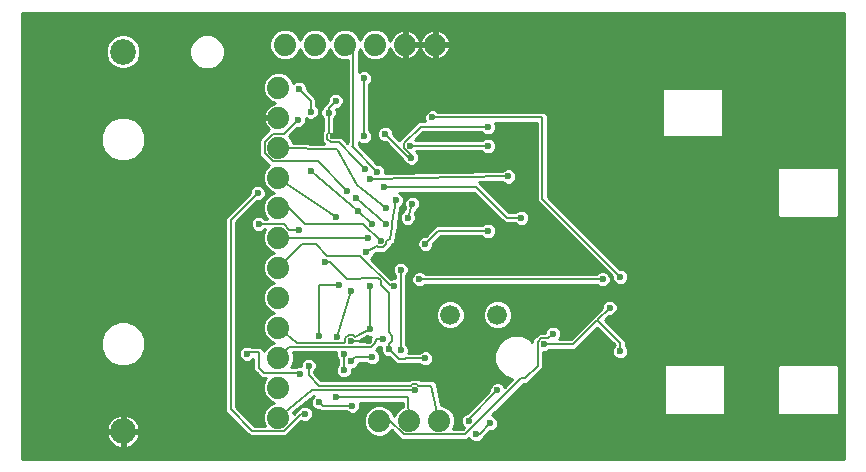
<source format=gbl>
G75*
%MOIN*%
%OFA0B0*%
%FSLAX25Y25*%
%IPPOS*%
%LPD*%
%AMOC8*
5,1,8,0,0,1.08239X$1,22.5*
%
%ADD10C,0.07400*%
%ADD11C,0.06600*%
%ADD12C,0.08600*%
%ADD13C,0.02362*%
%ADD14C,0.00600*%
%ADD15C,0.01000*%
%ADD16C,0.01772*%
D10*
X0088705Y0018315D03*
X0088705Y0028315D03*
X0088705Y0038315D03*
X0088705Y0048315D03*
X0088705Y0058315D03*
X0088705Y0068315D03*
X0088705Y0078315D03*
X0088705Y0088315D03*
X0088705Y0098315D03*
X0088705Y0108315D03*
X0088705Y0118315D03*
X0088705Y0128315D03*
X0090949Y0142646D03*
X0100949Y0142646D03*
X0110949Y0142646D03*
X0120949Y0142646D03*
X0130949Y0142646D03*
X0140949Y0142646D03*
X0142366Y0017173D03*
X0132366Y0017173D03*
X0122366Y0017173D03*
D11*
X0145988Y0052606D03*
X0161736Y0052606D03*
D12*
X0036933Y0013768D03*
X0036933Y0140264D03*
D13*
X0095201Y0117567D03*
X0099531Y0120323D03*
X0105437Y0119929D03*
X0107799Y0123866D03*
X0095594Y0127803D03*
X0117248Y0131346D03*
X0140083Y0118354D03*
X0132602Y0108906D03*
X0132996Y0104969D03*
X0121579Y0100244D03*
X0119217Y0097882D03*
X0117642Y0101031D03*
X0123941Y0095126D03*
X0127878Y0090795D03*
X0124728Y0088039D03*
X0131815Y0084890D03*
X0124728Y0082921D03*
X0120004Y0082921D03*
X0115160Y0087113D03*
X0114492Y0091583D03*
X0111736Y0093945D03*
X0099531Y0100638D03*
X0081815Y0093157D03*
X0082209Y0082921D03*
X0095599Y0080953D03*
X0107799Y0085283D03*
X0118429Y0078197D03*
X0122760Y0077016D03*
X0118035Y0073472D03*
X0129453Y0067567D03*
X0135752Y0064417D03*
X0127091Y0062055D03*
X0119217Y0062055D03*
X0112917Y0060480D03*
X0108980Y0062420D03*
X0104256Y0070323D03*
X0137720Y0076228D03*
X0158587Y0080559D03*
X0169610Y0084890D03*
X0165280Y0098669D03*
X0158587Y0108906D03*
X0158587Y0115205D03*
X0124335Y0112843D03*
X0117248Y0112055D03*
X0111343Y0112055D03*
X0107012Y0112055D03*
X0133390Y0089614D03*
X0196776Y0064417D03*
X0202681Y0065205D03*
X0199138Y0054969D03*
X0180240Y0046307D03*
X0177091Y0042764D03*
X0161736Y0027409D03*
X0157012Y0026622D03*
X0146382Y0026622D03*
X0134177Y0027409D03*
X0137720Y0038039D03*
X0129453Y0040795D03*
X0125516Y0041189D03*
X0123547Y0044339D03*
X0118823Y0043945D03*
X0119217Y0047882D03*
X0112917Y0043945D03*
X0108193Y0045126D03*
X0102287Y0045520D03*
X0110555Y0039614D03*
X0112917Y0037252D03*
X0110555Y0034102D03*
X0120004Y0038433D03*
X0098801Y0035620D03*
X0096062Y0032882D03*
X0107799Y0025047D03*
X0102287Y0023472D03*
X0097563Y0019535D03*
X0097169Y0015598D03*
X0097169Y0008906D03*
X0113311Y0022291D03*
X0146382Y0042370D03*
X0152287Y0017173D03*
X0154650Y0012843D03*
X0159374Y0016386D03*
X0202681Y0040402D03*
X0078272Y0039614D03*
D14*
X0078665Y0040008D01*
X0082209Y0040008D01*
X0082209Y0034890D01*
X0083783Y0033315D01*
X0095629Y0033315D01*
X0096062Y0032882D01*
X0098801Y0032471D02*
X0102287Y0028984D01*
X0132961Y0028984D01*
X0133360Y0029383D01*
X0134995Y0029383D01*
X0135393Y0028984D01*
X0139689Y0028984D01*
X0142366Y0017173D01*
X0150945Y0012681D02*
X0169704Y0031440D01*
X0170932Y0031440D01*
X0175117Y0035625D01*
X0175117Y0043581D01*
X0176273Y0044737D01*
X0178670Y0044737D01*
X0180240Y0046307D01*
X0177091Y0042764D02*
X0186933Y0042764D01*
X0195004Y0050835D01*
X0202681Y0043157D01*
X0202681Y0040402D01*
X0195004Y0050835D02*
X0199138Y0054969D01*
X0196776Y0064417D02*
X0135752Y0064417D01*
X0129453Y0067567D02*
X0129453Y0040795D01*
X0128803Y0037902D02*
X0125516Y0041189D01*
X0125516Y0042729D01*
X0126702Y0043915D01*
X0126702Y0045550D01*
X0125516Y0046735D01*
X0125516Y0059693D01*
X0122760Y0062449D01*
X0122760Y0064024D01*
X0121968Y0064816D01*
X0116431Y0064816D01*
X0116032Y0064417D01*
X0111736Y0064417D01*
X0105831Y0070323D01*
X0104256Y0070323D01*
X0105039Y0072296D02*
X0101106Y0076228D01*
X0096618Y0076228D01*
X0088705Y0068315D01*
X0102287Y0062449D02*
X0102287Y0045520D01*
X0106807Y0043064D02*
X0094998Y0043064D01*
X0089138Y0047882D01*
X0088705Y0048315D01*
X0092361Y0041972D02*
X0119640Y0041972D01*
X0120796Y0043128D01*
X0120796Y0043556D01*
X0121579Y0044339D01*
X0121220Y0044339D01*
X0121579Y0044339D02*
X0123547Y0044339D01*
X0118823Y0043945D02*
X0112917Y0043945D01*
X0114399Y0045254D02*
X0113735Y0045918D01*
X0112100Y0045918D01*
X0110944Y0044762D01*
X0110944Y0043370D01*
X0110555Y0043157D01*
X0106807Y0043064D01*
X0108193Y0045126D02*
X0112917Y0060480D01*
X0108980Y0062420D02*
X0102316Y0062420D01*
X0102287Y0062449D01*
X0105039Y0072296D02*
X0116032Y0072296D01*
X0125879Y0062449D01*
X0127091Y0062055D01*
X0119217Y0062055D02*
X0119217Y0059693D01*
X0119217Y0047882D01*
X0114399Y0045254D01*
X0110555Y0039614D02*
X0110555Y0034102D01*
X0112917Y0037252D02*
X0114098Y0038433D01*
X0120004Y0038433D01*
X0128803Y0037902D02*
X0130895Y0037902D01*
X0131032Y0038039D01*
X0137720Y0038039D01*
X0146382Y0042370D02*
X0146382Y0026622D01*
X0157012Y0026622D01*
X0161736Y0027409D02*
X0152287Y0017961D01*
X0152287Y0017173D01*
X0150945Y0012681D02*
X0130505Y0012681D01*
X0126013Y0017173D01*
X0122366Y0017173D01*
X0113311Y0022291D02*
X0103469Y0022291D01*
X0102287Y0023472D01*
X0099925Y0027409D02*
X0134177Y0027409D01*
X0131815Y0025047D02*
X0132366Y0017173D01*
X0131815Y0025047D02*
X0107799Y0025047D01*
X0099925Y0027409D02*
X0088705Y0018315D01*
X0090565Y0013823D02*
X0080047Y0013823D01*
X0072760Y0021110D01*
X0072760Y0084102D01*
X0081815Y0093157D01*
X0088705Y0088315D02*
X0092199Y0088315D01*
X0097612Y0082902D01*
X0116873Y0082902D01*
X0122760Y0077016D01*
X0124733Y0077150D02*
X0125909Y0077803D01*
X0126536Y0081938D01*
X0126702Y0082104D01*
X0126702Y0083031D01*
X0127878Y0090795D01*
X0124728Y0088039D02*
X0114886Y0095913D01*
X0108193Y0107724D01*
X0088705Y0108315D01*
X0084105Y0110220D02*
X0086799Y0112915D01*
X0090549Y0112915D01*
X0095201Y0117567D01*
X0099531Y0120323D02*
X0099531Y0123866D01*
X0095594Y0127803D01*
X0105437Y0121504D02*
X0107799Y0123866D01*
X0105437Y0121504D02*
X0105437Y0119929D01*
X0105437Y0113271D01*
X0105039Y0112872D01*
X0105039Y0111238D01*
X0106194Y0110082D01*
X0108985Y0110082D01*
X0114376Y0104446D01*
X0117642Y0101031D01*
X0119217Y0097882D02*
X0165280Y0098669D01*
X0154650Y0095126D02*
X0124728Y0095126D01*
X0124335Y0095520D01*
X0123941Y0095126D01*
X0121579Y0100244D02*
X0113705Y0108512D01*
X0113705Y0139890D01*
X0110949Y0142646D01*
X0117248Y0131346D02*
X0117248Y0112055D01*
X0113705Y0108512D02*
X0113316Y0108901D01*
X0111343Y0112055D02*
X0107012Y0112055D01*
X0101966Y0103715D02*
X0086799Y0103715D01*
X0084105Y0106410D01*
X0084105Y0110220D01*
X0088705Y0098315D02*
X0107799Y0085283D01*
X0115160Y0087113D02*
X0120004Y0082921D01*
X0124728Y0082921D02*
X0114492Y0091583D01*
X0111736Y0093945D02*
X0101966Y0103715D01*
X0099531Y0100638D02*
X0115160Y0087113D01*
X0118429Y0078197D02*
X0088705Y0078315D01*
X0092420Y0080953D02*
X0095599Y0080953D01*
X0092420Y0080953D02*
X0090565Y0082807D01*
X0082323Y0082807D01*
X0082209Y0082921D01*
X0088744Y0098276D02*
X0088705Y0098315D01*
X0124335Y0112843D02*
X0132209Y0104969D01*
X0132996Y0104969D01*
X0132996Y0105721D01*
X0130629Y0108088D01*
X0130629Y0109723D01*
X0136111Y0115205D01*
X0158587Y0115205D01*
X0158587Y0108906D02*
X0132602Y0108906D01*
X0140083Y0118354D02*
X0176697Y0118354D01*
X0176697Y0091189D01*
X0202681Y0065205D01*
X0169610Y0084890D02*
X0164886Y0084890D01*
X0154650Y0095126D01*
X0133390Y0089614D02*
X0131815Y0084890D01*
X0137720Y0076228D02*
X0142051Y0080559D01*
X0158587Y0080559D01*
X0124733Y0077150D02*
X0124733Y0076198D01*
X0123577Y0075043D01*
X0121942Y0075043D01*
X0121585Y0075400D01*
X0118035Y0073472D01*
X0119217Y0059693D02*
X0119217Y0057724D01*
X0092361Y0041972D02*
X0088705Y0038315D01*
X0098801Y0035620D02*
X0098801Y0032471D01*
X0097563Y0019535D02*
X0096278Y0019535D01*
X0090565Y0013823D01*
X0097169Y0015598D02*
X0097169Y0008906D01*
X0154650Y0012843D02*
X0155831Y0012843D01*
X0159374Y0016386D01*
D15*
X0003300Y0004406D02*
X0003300Y0153169D01*
X0277259Y0153169D01*
X0277259Y0004406D01*
X0003300Y0004406D01*
X0003300Y0005026D02*
X0277259Y0005026D01*
X0277259Y0006024D02*
X0003300Y0006024D01*
X0003300Y0007023D02*
X0277259Y0007023D01*
X0277259Y0008021D02*
X0003300Y0008021D01*
X0003300Y0009020D02*
X0033962Y0009020D01*
X0034005Y0008989D02*
X0034788Y0008590D01*
X0035625Y0008318D01*
X0036433Y0008190D01*
X0036433Y0013268D01*
X0031355Y0013268D01*
X0031483Y0012459D01*
X0031755Y0011623D01*
X0032154Y0010839D01*
X0032671Y0010128D01*
X0033293Y0009506D01*
X0034005Y0008989D01*
X0032781Y0010018D02*
X0003300Y0010018D01*
X0003300Y0011017D02*
X0032064Y0011017D01*
X0031628Y0012015D02*
X0003300Y0012015D01*
X0003300Y0013014D02*
X0031395Y0013014D01*
X0031355Y0014268D02*
X0036433Y0014268D01*
X0036433Y0019346D01*
X0035625Y0019218D01*
X0034788Y0018946D01*
X0034005Y0018546D01*
X0033293Y0018030D01*
X0032671Y0017408D01*
X0032154Y0016696D01*
X0031755Y0015913D01*
X0031483Y0015076D01*
X0031355Y0014268D01*
X0031473Y0015011D02*
X0003300Y0015011D01*
X0003300Y0016009D02*
X0031804Y0016009D01*
X0032381Y0017008D02*
X0003300Y0017008D01*
X0003300Y0018006D02*
X0033270Y0018006D01*
X0034970Y0019005D02*
X0003300Y0019005D01*
X0003300Y0020003D02*
X0071321Y0020003D01*
X0070960Y0020365D02*
X0072014Y0019310D01*
X0079302Y0012023D01*
X0091311Y0012023D01*
X0092365Y0013077D01*
X0096402Y0017114D01*
X0097030Y0016854D01*
X0098096Y0016854D01*
X0099082Y0017263D01*
X0099836Y0018017D01*
X0100244Y0019002D01*
X0100244Y0020069D01*
X0099836Y0021054D01*
X0099082Y0021808D01*
X0098096Y0022217D01*
X0097030Y0022217D01*
X0096044Y0021808D01*
X0095571Y0021335D01*
X0095532Y0021335D01*
X0093800Y0019603D01*
X0093637Y0019996D01*
X0100563Y0025609D01*
X0100633Y0025609D01*
X0100014Y0024991D01*
X0099606Y0024006D01*
X0099606Y0022939D01*
X0100014Y0021954D01*
X0100769Y0021200D01*
X0101754Y0020791D01*
X0102423Y0020791D01*
X0102723Y0020491D01*
X0111319Y0020491D01*
X0111792Y0020018D01*
X0112778Y0019610D01*
X0113844Y0019610D01*
X0114830Y0020018D01*
X0115584Y0020773D01*
X0115992Y0021758D01*
X0115992Y0022825D01*
X0115817Y0023247D01*
X0130137Y0023247D01*
X0130230Y0021917D01*
X0129421Y0021582D01*
X0127958Y0020119D01*
X0127366Y0018690D01*
X0126774Y0020119D01*
X0125312Y0021582D01*
X0123400Y0022373D01*
X0121332Y0022373D01*
X0119421Y0021582D01*
X0117958Y0020119D01*
X0117166Y0018208D01*
X0117166Y0016139D01*
X0117958Y0014228D01*
X0119421Y0012765D01*
X0121332Y0011973D01*
X0123400Y0011973D01*
X0125312Y0012765D01*
X0126594Y0014047D01*
X0128705Y0011936D01*
X0129760Y0010881D01*
X0151690Y0010881D01*
X0152305Y0011496D01*
X0152377Y0011324D01*
X0153131Y0010570D01*
X0154116Y0010161D01*
X0155183Y0010161D01*
X0156168Y0010570D01*
X0156923Y0011324D01*
X0156968Y0011435D01*
X0159238Y0013705D01*
X0159907Y0013705D01*
X0160893Y0014113D01*
X0161647Y0014867D01*
X0162055Y0015853D01*
X0162055Y0016919D01*
X0161647Y0017905D01*
X0160893Y0018659D01*
X0159907Y0019067D01*
X0159876Y0019067D01*
X0170450Y0029640D01*
X0171678Y0029640D01*
X0175863Y0033825D01*
X0176917Y0034880D01*
X0176917Y0040083D01*
X0177624Y0040083D01*
X0178609Y0040491D01*
X0179082Y0040964D01*
X0187679Y0040964D01*
X0195004Y0048289D01*
X0200881Y0042412D01*
X0200881Y0042393D01*
X0200408Y0041920D01*
X0200000Y0040935D01*
X0200000Y0039868D01*
X0200408Y0038883D01*
X0201162Y0038129D01*
X0202148Y0037720D01*
X0203214Y0037720D01*
X0204200Y0038129D01*
X0204954Y0038883D01*
X0205362Y0039868D01*
X0205362Y0040935D01*
X0204954Y0041920D01*
X0204481Y0042393D01*
X0204481Y0043903D01*
X0197550Y0050835D01*
X0199002Y0052287D01*
X0199671Y0052287D01*
X0200657Y0052696D01*
X0201411Y0053450D01*
X0201819Y0054435D01*
X0201819Y0055502D01*
X0201411Y0056487D01*
X0200657Y0057241D01*
X0199671Y0057650D01*
X0198604Y0057650D01*
X0197619Y0057241D01*
X0196865Y0056487D01*
X0196457Y0055502D01*
X0196457Y0054833D01*
X0194258Y0052635D01*
X0193204Y0051580D01*
X0186187Y0044564D01*
X0182288Y0044564D01*
X0182513Y0044788D01*
X0182921Y0045774D01*
X0182921Y0046840D01*
X0182513Y0047826D01*
X0181759Y0048580D01*
X0180773Y0048988D01*
X0179707Y0048988D01*
X0178721Y0048580D01*
X0177967Y0047826D01*
X0177559Y0046840D01*
X0177559Y0046537D01*
X0175528Y0046537D01*
X0174473Y0045483D01*
X0174372Y0045381D01*
X0173317Y0044327D01*
X0173317Y0043624D01*
X0172230Y0044711D01*
X0169508Y0045839D01*
X0166562Y0045839D01*
X0163841Y0044711D01*
X0161757Y0042628D01*
X0160630Y0039906D01*
X0160630Y0036960D01*
X0161757Y0034238D01*
X0163841Y0032155D01*
X0166562Y0031028D01*
X0166746Y0031028D01*
X0164196Y0028478D01*
X0164009Y0028928D01*
X0163255Y0029682D01*
X0162270Y0030091D01*
X0161203Y0030091D01*
X0160217Y0029682D01*
X0159463Y0028928D01*
X0159055Y0027943D01*
X0159055Y0027274D01*
X0151552Y0019770D01*
X0150769Y0019446D01*
X0150014Y0018692D01*
X0149606Y0017707D01*
X0149606Y0016640D01*
X0150014Y0015655D01*
X0150694Y0014975D01*
X0150199Y0014481D01*
X0146879Y0014481D01*
X0147566Y0016139D01*
X0147566Y0018208D01*
X0146774Y0020119D01*
X0145312Y0021582D01*
X0143400Y0022373D01*
X0143033Y0022373D01*
X0141489Y0029186D01*
X0141489Y0029730D01*
X0141329Y0029889D01*
X0141280Y0030109D01*
X0140819Y0030399D01*
X0140435Y0030784D01*
X0140209Y0030784D01*
X0140018Y0030905D01*
X0139488Y0030784D01*
X0136139Y0030784D01*
X0135740Y0031183D01*
X0132614Y0031183D01*
X0132216Y0030784D01*
X0103033Y0030784D01*
X0100601Y0033216D01*
X0100601Y0033629D01*
X0101074Y0034102D01*
X0101482Y0035087D01*
X0101482Y0036154D01*
X0101074Y0037139D01*
X0100320Y0037893D01*
X0099334Y0038302D01*
X0098267Y0038302D01*
X0097282Y0037893D01*
X0096528Y0037139D01*
X0096120Y0036154D01*
X0096120Y0035563D01*
X0095529Y0035563D01*
X0094544Y0035155D01*
X0094504Y0035115D01*
X0092859Y0035115D01*
X0093113Y0035369D01*
X0093905Y0037281D01*
X0093905Y0039349D01*
X0093564Y0040172D01*
X0107884Y0040172D01*
X0107874Y0040147D01*
X0107874Y0039081D01*
X0108282Y0038095D01*
X0108755Y0037623D01*
X0108755Y0036094D01*
X0108282Y0035621D01*
X0107874Y0034636D01*
X0107874Y0033569D01*
X0108282Y0032584D01*
X0109036Y0031829D01*
X0110022Y0031421D01*
X0111088Y0031421D01*
X0112074Y0031829D01*
X0112828Y0032584D01*
X0113236Y0033569D01*
X0113236Y0034571D01*
X0113451Y0034571D01*
X0114436Y0034979D01*
X0115190Y0035733D01*
X0115563Y0036633D01*
X0118012Y0036633D01*
X0118485Y0036160D01*
X0119471Y0035752D01*
X0120537Y0035752D01*
X0121523Y0036160D01*
X0122277Y0036914D01*
X0122685Y0037900D01*
X0122685Y0038966D01*
X0122277Y0039952D01*
X0121523Y0040706D01*
X0121097Y0040882D01*
X0121440Y0041226D01*
X0121440Y0041226D01*
X0121542Y0041328D01*
X0122206Y0041992D01*
X0122838Y0041730D01*
X0122835Y0041722D01*
X0122835Y0040656D01*
X0123243Y0039670D01*
X0123997Y0038916D01*
X0124982Y0038508D01*
X0125651Y0038508D01*
X0128057Y0036102D01*
X0131640Y0036102D01*
X0131778Y0036239D01*
X0135729Y0036239D01*
X0136202Y0035766D01*
X0137187Y0035358D01*
X0138254Y0035358D01*
X0139239Y0035766D01*
X0139993Y0036521D01*
X0140402Y0037506D01*
X0140402Y0038573D01*
X0139993Y0039558D01*
X0139239Y0040312D01*
X0138254Y0040720D01*
X0137187Y0040720D01*
X0136202Y0040312D01*
X0135729Y0039839D01*
X0131959Y0039839D01*
X0132134Y0040262D01*
X0132134Y0041329D01*
X0131726Y0042314D01*
X0131253Y0042787D01*
X0131253Y0065575D01*
X0131726Y0066048D01*
X0132134Y0067034D01*
X0132134Y0068100D01*
X0131726Y0069086D01*
X0130971Y0069840D01*
X0129986Y0070248D01*
X0128919Y0070248D01*
X0127934Y0069840D01*
X0127180Y0069086D01*
X0126772Y0068100D01*
X0126772Y0067034D01*
X0127180Y0066048D01*
X0127653Y0065575D01*
X0127653Y0064724D01*
X0127624Y0064736D01*
X0126557Y0064736D01*
X0126260Y0064613D01*
X0119614Y0071259D01*
X0120308Y0071954D01*
X0120685Y0072863D01*
X0121383Y0073243D01*
X0124323Y0073243D01*
X0125377Y0074297D01*
X0126533Y0075453D01*
X0126533Y0076027D01*
X0126884Y0076286D01*
X0127435Y0076592D01*
X0127472Y0076718D01*
X0127577Y0076796D01*
X0127672Y0077420D01*
X0127845Y0078026D01*
X0127781Y0078141D01*
X0128227Y0081084D01*
X0128502Y0081358D01*
X0128502Y0082896D01*
X0129351Y0088504D01*
X0129397Y0088522D01*
X0130151Y0089277D01*
X0130559Y0090262D01*
X0130559Y0091329D01*
X0130151Y0092314D01*
X0129397Y0093068D01*
X0128774Y0093326D01*
X0153904Y0093326D01*
X0164140Y0083090D01*
X0167619Y0083090D01*
X0168092Y0082617D01*
X0169077Y0082209D01*
X0170144Y0082209D01*
X0171129Y0082617D01*
X0171883Y0083371D01*
X0172291Y0084356D01*
X0172291Y0085423D01*
X0171883Y0086408D01*
X0171129Y0087163D01*
X0170144Y0087571D01*
X0169077Y0087571D01*
X0168092Y0087163D01*
X0167619Y0086690D01*
X0165631Y0086690D01*
X0156450Y0095872D01*
X0155617Y0096704D01*
X0163322Y0096836D01*
X0163761Y0096396D01*
X0164746Y0095988D01*
X0165813Y0095988D01*
X0166798Y0096396D01*
X0167552Y0097151D01*
X0167961Y0098136D01*
X0167961Y0099203D01*
X0167552Y0100188D01*
X0166798Y0100942D01*
X0165813Y0101350D01*
X0164746Y0101350D01*
X0163761Y0100942D01*
X0163254Y0100435D01*
X0124260Y0099768D01*
X0124260Y0100777D01*
X0123852Y0101763D01*
X0123097Y0102517D01*
X0122112Y0102925D01*
X0121511Y0102925D01*
X0115505Y0109232D01*
X0115505Y0110007D01*
X0115729Y0109782D01*
X0116715Y0109374D01*
X0117781Y0109374D01*
X0118767Y0109782D01*
X0119521Y0110536D01*
X0119929Y0111522D01*
X0119929Y0112588D01*
X0119521Y0113574D01*
X0119048Y0114047D01*
X0119048Y0129355D01*
X0119521Y0129828D01*
X0119929Y0130813D01*
X0119929Y0131880D01*
X0119521Y0132865D01*
X0118767Y0133619D01*
X0117781Y0134028D01*
X0116715Y0134028D01*
X0115729Y0133619D01*
X0115505Y0133395D01*
X0115505Y0140056D01*
X0115949Y0141129D01*
X0116540Y0139700D01*
X0118003Y0138237D01*
X0119914Y0137446D01*
X0121983Y0137446D01*
X0123894Y0138237D01*
X0125357Y0139700D01*
X0126088Y0141465D01*
X0126327Y0140731D01*
X0126683Y0140032D01*
X0127145Y0139397D01*
X0127700Y0138841D01*
X0128335Y0138380D01*
X0129034Y0138024D01*
X0129781Y0137781D01*
X0130449Y0137675D01*
X0130449Y0142146D01*
X0131449Y0142146D01*
X0131449Y0143146D01*
X0130449Y0143146D01*
X0130449Y0147616D01*
X0129781Y0147510D01*
X0129034Y0147268D01*
X0128335Y0146911D01*
X0127700Y0146450D01*
X0127145Y0145895D01*
X0126683Y0145260D01*
X0126327Y0144560D01*
X0126088Y0143826D01*
X0125357Y0145591D01*
X0123894Y0147054D01*
X0121983Y0147846D01*
X0119914Y0147846D01*
X0118003Y0147054D01*
X0116540Y0145591D01*
X0115949Y0144163D01*
X0115357Y0145591D01*
X0113894Y0147054D01*
X0111983Y0147846D01*
X0109914Y0147846D01*
X0108003Y0147054D01*
X0106540Y0145591D01*
X0105949Y0144163D01*
X0105357Y0145591D01*
X0103894Y0147054D01*
X0101983Y0147846D01*
X0099914Y0147846D01*
X0098003Y0147054D01*
X0096540Y0145591D01*
X0095949Y0144163D01*
X0095357Y0145591D01*
X0093894Y0147054D01*
X0091983Y0147846D01*
X0089914Y0147846D01*
X0088003Y0147054D01*
X0086540Y0145591D01*
X0085749Y0143680D01*
X0085749Y0141611D01*
X0086540Y0139700D01*
X0088003Y0138237D01*
X0089914Y0137446D01*
X0091983Y0137446D01*
X0093894Y0138237D01*
X0095357Y0139700D01*
X0095949Y0141129D01*
X0096540Y0139700D01*
X0098003Y0138237D01*
X0099914Y0137446D01*
X0101983Y0137446D01*
X0103894Y0138237D01*
X0105357Y0139700D01*
X0105949Y0141129D01*
X0106540Y0139700D01*
X0108003Y0138237D01*
X0109914Y0137446D01*
X0111905Y0137446D01*
X0111905Y0110035D01*
X0111708Y0109839D01*
X0110785Y0110804D01*
X0110785Y0110827D01*
X0110272Y0111341D01*
X0109770Y0111865D01*
X0109747Y0111865D01*
X0109731Y0111882D01*
X0109005Y0111882D01*
X0108280Y0111898D01*
X0108263Y0111882D01*
X0106940Y0111882D01*
X0106839Y0111983D01*
X0106839Y0112127D01*
X0107237Y0112525D01*
X0107237Y0117937D01*
X0107710Y0118410D01*
X0108118Y0119396D01*
X0108118Y0120462D01*
X0107819Y0121185D01*
X0108333Y0121185D01*
X0109318Y0121593D01*
X0110072Y0122347D01*
X0110480Y0123333D01*
X0110480Y0124399D01*
X0110072Y0125385D01*
X0109318Y0126139D01*
X0108333Y0126547D01*
X0107266Y0126547D01*
X0106280Y0126139D01*
X0105526Y0125385D01*
X0105118Y0124399D01*
X0105118Y0123731D01*
X0103637Y0122250D01*
X0103637Y0121921D01*
X0103164Y0121448D01*
X0102756Y0120462D01*
X0102756Y0119396D01*
X0103164Y0118410D01*
X0103637Y0117937D01*
X0103637Y0114016D01*
X0103239Y0113618D01*
X0103239Y0110492D01*
X0104081Y0109650D01*
X0093649Y0109966D01*
X0093113Y0111261D01*
X0092277Y0112097D01*
X0092349Y0112169D01*
X0095065Y0114886D01*
X0095734Y0114886D01*
X0096720Y0115294D01*
X0097474Y0116048D01*
X0097882Y0117034D01*
X0097882Y0118100D01*
X0097825Y0118238D01*
X0098013Y0118050D01*
X0098998Y0117642D01*
X0100065Y0117642D01*
X0101050Y0118050D01*
X0101804Y0118804D01*
X0102213Y0119790D01*
X0102213Y0120856D01*
X0101804Y0121842D01*
X0101331Y0122314D01*
X0101331Y0124612D01*
X0098276Y0127668D01*
X0098276Y0128336D01*
X0097867Y0129322D01*
X0097113Y0130076D01*
X0096128Y0130484D01*
X0095061Y0130484D01*
X0094076Y0130076D01*
X0093742Y0129742D01*
X0093113Y0131261D01*
X0091650Y0132723D01*
X0089739Y0133515D01*
X0087670Y0133515D01*
X0085759Y0132723D01*
X0084296Y0131261D01*
X0083505Y0129349D01*
X0083505Y0127281D01*
X0084296Y0125369D01*
X0085759Y0123907D01*
X0087524Y0123175D01*
X0086790Y0122937D01*
X0086091Y0122581D01*
X0085456Y0122119D01*
X0084901Y0121564D01*
X0084439Y0120929D01*
X0084083Y0120229D01*
X0083840Y0119483D01*
X0083734Y0118815D01*
X0088205Y0118815D01*
X0088205Y0117815D01*
X0083734Y0117815D01*
X0083840Y0117147D01*
X0084083Y0116400D01*
X0084439Y0115701D01*
X0084901Y0115066D01*
X0085456Y0114511D01*
X0085684Y0114345D01*
X0084999Y0113661D01*
X0082305Y0110966D01*
X0082305Y0105664D01*
X0083359Y0104610D01*
X0085502Y0102466D01*
X0084296Y0101261D01*
X0083505Y0099349D01*
X0083505Y0097281D01*
X0084296Y0095369D01*
X0085759Y0093907D01*
X0087188Y0093315D01*
X0085759Y0092723D01*
X0084296Y0091261D01*
X0083505Y0089349D01*
X0083505Y0087281D01*
X0084296Y0085369D01*
X0085059Y0084607D01*
X0084314Y0084607D01*
X0083727Y0085194D01*
X0082742Y0085602D01*
X0081675Y0085602D01*
X0080690Y0085194D01*
X0079936Y0084440D01*
X0079528Y0083455D01*
X0079528Y0082388D01*
X0079936Y0081403D01*
X0080690Y0080648D01*
X0081675Y0080240D01*
X0082742Y0080240D01*
X0083727Y0080648D01*
X0084086Y0081007D01*
X0084191Y0081007D01*
X0083505Y0079349D01*
X0083505Y0077281D01*
X0084296Y0075369D01*
X0085759Y0073907D01*
X0087188Y0073315D01*
X0085759Y0072723D01*
X0084296Y0071261D01*
X0083505Y0069349D01*
X0083505Y0067281D01*
X0084296Y0065369D01*
X0085759Y0063907D01*
X0087188Y0063315D01*
X0085759Y0062723D01*
X0084296Y0061261D01*
X0083505Y0059349D01*
X0083505Y0057281D01*
X0084296Y0055369D01*
X0085759Y0053907D01*
X0087188Y0053315D01*
X0085759Y0052723D01*
X0084296Y0051261D01*
X0083505Y0049349D01*
X0083505Y0047281D01*
X0084296Y0045369D01*
X0085759Y0043907D01*
X0087188Y0043315D01*
X0085759Y0042723D01*
X0084296Y0041261D01*
X0084009Y0040566D01*
X0084009Y0040753D01*
X0082954Y0041808D01*
X0079870Y0041808D01*
X0079790Y0041887D01*
X0078805Y0042295D01*
X0077738Y0042295D01*
X0076753Y0041887D01*
X0075999Y0041133D01*
X0075591Y0040147D01*
X0075591Y0039081D01*
X0075999Y0038095D01*
X0076753Y0037341D01*
X0077738Y0036933D01*
X0078805Y0036933D01*
X0079790Y0037341D01*
X0080409Y0037960D01*
X0080409Y0034144D01*
X0081463Y0033090D01*
X0083038Y0031515D01*
X0084551Y0031515D01*
X0084296Y0031261D01*
X0083505Y0029349D01*
X0083505Y0027281D01*
X0084296Y0025369D01*
X0085759Y0023907D01*
X0087188Y0023315D01*
X0085759Y0022723D01*
X0084296Y0021261D01*
X0083505Y0019349D01*
X0083505Y0017281D01*
X0084191Y0015623D01*
X0080793Y0015623D01*
X0074560Y0021856D01*
X0074560Y0083357D01*
X0081679Y0090476D01*
X0082348Y0090476D01*
X0083334Y0090885D01*
X0084088Y0091639D01*
X0084496Y0092624D01*
X0084496Y0093691D01*
X0084088Y0094676D01*
X0083334Y0095430D01*
X0082348Y0095839D01*
X0081282Y0095839D01*
X0080296Y0095430D01*
X0079542Y0094676D01*
X0079134Y0093691D01*
X0079134Y0093022D01*
X0070960Y0084848D01*
X0070960Y0020365D01*
X0070960Y0021002D02*
X0003300Y0021002D01*
X0003300Y0022000D02*
X0070960Y0022000D01*
X0070960Y0022999D02*
X0003300Y0022999D01*
X0003300Y0023997D02*
X0070960Y0023997D01*
X0070960Y0024996D02*
X0003300Y0024996D01*
X0003300Y0025994D02*
X0070960Y0025994D01*
X0070960Y0026993D02*
X0003300Y0026993D01*
X0003300Y0027991D02*
X0070960Y0027991D01*
X0070960Y0028990D02*
X0003300Y0028990D01*
X0003300Y0029988D02*
X0070960Y0029988D01*
X0070960Y0030987D02*
X0003300Y0030987D01*
X0003300Y0031985D02*
X0070960Y0031985D01*
X0070960Y0032984D02*
X0003300Y0032984D01*
X0003300Y0033982D02*
X0070960Y0033982D01*
X0070960Y0034981D02*
X0003300Y0034981D01*
X0003300Y0035979D02*
X0034341Y0035979D01*
X0035460Y0035516D02*
X0038406Y0035516D01*
X0041128Y0036643D01*
X0043211Y0038726D01*
X0044339Y0041448D01*
X0044339Y0044394D01*
X0043211Y0047116D01*
X0041128Y0049199D01*
X0038406Y0050327D01*
X0035460Y0050327D01*
X0032738Y0049199D01*
X0030655Y0047116D01*
X0029528Y0044394D01*
X0029528Y0041448D01*
X0030655Y0038726D01*
X0032738Y0036643D01*
X0035460Y0035516D01*
X0032403Y0036978D02*
X0003300Y0036978D01*
X0003300Y0037976D02*
X0031405Y0037976D01*
X0030552Y0038975D02*
X0003300Y0038975D01*
X0003300Y0039973D02*
X0030138Y0039973D01*
X0029725Y0040972D02*
X0003300Y0040972D01*
X0003300Y0041970D02*
X0029528Y0041970D01*
X0029528Y0042969D02*
X0003300Y0042969D01*
X0003300Y0043967D02*
X0029528Y0043967D01*
X0029764Y0044966D02*
X0003300Y0044966D01*
X0003300Y0045965D02*
X0030178Y0045965D01*
X0030592Y0046963D02*
X0003300Y0046963D01*
X0003300Y0047962D02*
X0031500Y0047962D01*
X0032499Y0048960D02*
X0003300Y0048960D01*
X0003300Y0049959D02*
X0034571Y0049959D01*
X0039295Y0049959D02*
X0070960Y0049959D01*
X0070960Y0050957D02*
X0003300Y0050957D01*
X0003300Y0051956D02*
X0070960Y0051956D01*
X0070960Y0052954D02*
X0003300Y0052954D01*
X0003300Y0053953D02*
X0070960Y0053953D01*
X0070960Y0054951D02*
X0003300Y0054951D01*
X0003300Y0055950D02*
X0070960Y0055950D01*
X0070960Y0056948D02*
X0003300Y0056948D01*
X0003300Y0057947D02*
X0070960Y0057947D01*
X0070960Y0058945D02*
X0003300Y0058945D01*
X0003300Y0059944D02*
X0070960Y0059944D01*
X0070960Y0060942D02*
X0003300Y0060942D01*
X0003300Y0061941D02*
X0070960Y0061941D01*
X0070960Y0062939D02*
X0003300Y0062939D01*
X0003300Y0063938D02*
X0070960Y0063938D01*
X0070960Y0064936D02*
X0003300Y0064936D01*
X0003300Y0065935D02*
X0070960Y0065935D01*
X0070960Y0066933D02*
X0003300Y0066933D01*
X0003300Y0067932D02*
X0070960Y0067932D01*
X0070960Y0068930D02*
X0003300Y0068930D01*
X0003300Y0069929D02*
X0070960Y0069929D01*
X0070960Y0070927D02*
X0003300Y0070927D01*
X0003300Y0071926D02*
X0070960Y0071926D01*
X0070960Y0072924D02*
X0003300Y0072924D01*
X0003300Y0073923D02*
X0070960Y0073923D01*
X0070960Y0074921D02*
X0003300Y0074921D01*
X0003300Y0075920D02*
X0070960Y0075920D01*
X0070960Y0076918D02*
X0003300Y0076918D01*
X0003300Y0077917D02*
X0070960Y0077917D01*
X0070960Y0078915D02*
X0003300Y0078915D01*
X0003300Y0079914D02*
X0070960Y0079914D01*
X0070960Y0080912D02*
X0003300Y0080912D01*
X0003300Y0081911D02*
X0070960Y0081911D01*
X0070960Y0082909D02*
X0003300Y0082909D01*
X0003300Y0083908D02*
X0070960Y0083908D01*
X0071018Y0084906D02*
X0003300Y0084906D01*
X0003300Y0085905D02*
X0072017Y0085905D01*
X0073015Y0086903D02*
X0003300Y0086903D01*
X0003300Y0087902D02*
X0074014Y0087902D01*
X0075012Y0088900D02*
X0003300Y0088900D01*
X0003300Y0089899D02*
X0076011Y0089899D01*
X0077009Y0090898D02*
X0003300Y0090898D01*
X0003300Y0091896D02*
X0078008Y0091896D01*
X0079006Y0092895D02*
X0003300Y0092895D01*
X0003300Y0093893D02*
X0079218Y0093893D01*
X0079757Y0094892D02*
X0003300Y0094892D01*
X0003300Y0095890D02*
X0084081Y0095890D01*
X0083873Y0094892D02*
X0084774Y0094892D01*
X0084412Y0093893D02*
X0085792Y0093893D01*
X0086173Y0092895D02*
X0084496Y0092895D01*
X0084194Y0091896D02*
X0084932Y0091896D01*
X0084146Y0090898D02*
X0083347Y0090898D01*
X0083732Y0089899D02*
X0081102Y0089899D01*
X0080104Y0088900D02*
X0083505Y0088900D01*
X0083505Y0087902D02*
X0079105Y0087902D01*
X0078107Y0086903D02*
X0083661Y0086903D01*
X0084075Y0085905D02*
X0077108Y0085905D01*
X0076110Y0084906D02*
X0080402Y0084906D01*
X0079715Y0083908D02*
X0075111Y0083908D01*
X0074560Y0082909D02*
X0079528Y0082909D01*
X0079725Y0081911D02*
X0074560Y0081911D01*
X0074560Y0080912D02*
X0080426Y0080912D01*
X0083739Y0079914D02*
X0074560Y0079914D01*
X0074560Y0078915D02*
X0083505Y0078915D01*
X0083505Y0077917D02*
X0074560Y0077917D01*
X0074560Y0076918D02*
X0083655Y0076918D01*
X0084068Y0075920D02*
X0074560Y0075920D01*
X0074560Y0074921D02*
X0084744Y0074921D01*
X0085743Y0073923D02*
X0074560Y0073923D01*
X0074560Y0072924D02*
X0086244Y0072924D01*
X0084962Y0071926D02*
X0074560Y0071926D01*
X0074560Y0070927D02*
X0084158Y0070927D01*
X0083745Y0069929D02*
X0074560Y0069929D01*
X0074560Y0068930D02*
X0083505Y0068930D01*
X0083505Y0067932D02*
X0074560Y0067932D01*
X0074560Y0066933D02*
X0083649Y0066933D01*
X0084062Y0065935D02*
X0074560Y0065935D01*
X0074560Y0064936D02*
X0084730Y0064936D01*
X0085728Y0063938D02*
X0074560Y0063938D01*
X0074560Y0062939D02*
X0086280Y0062939D01*
X0084977Y0061941D02*
X0074560Y0061941D01*
X0074560Y0060942D02*
X0084165Y0060942D01*
X0083751Y0059944D02*
X0074560Y0059944D01*
X0074560Y0058945D02*
X0083505Y0058945D01*
X0083505Y0057947D02*
X0074560Y0057947D01*
X0074560Y0056948D02*
X0083642Y0056948D01*
X0084056Y0055950D02*
X0074560Y0055950D01*
X0074560Y0054951D02*
X0084715Y0054951D01*
X0085713Y0053953D02*
X0074560Y0053953D01*
X0074560Y0052954D02*
X0086316Y0052954D01*
X0084991Y0051956D02*
X0074560Y0051956D01*
X0074560Y0050957D02*
X0084171Y0050957D01*
X0083757Y0049959D02*
X0074560Y0049959D01*
X0074560Y0048960D02*
X0083505Y0048960D01*
X0083505Y0047962D02*
X0074560Y0047962D01*
X0074560Y0046963D02*
X0083636Y0046963D01*
X0084050Y0045965D02*
X0074560Y0045965D01*
X0074560Y0044966D02*
X0084700Y0044966D01*
X0085698Y0043967D02*
X0074560Y0043967D01*
X0074560Y0042969D02*
X0086352Y0042969D01*
X0085006Y0041970D02*
X0079589Y0041970D01*
X0076954Y0041970D02*
X0074560Y0041970D01*
X0074560Y0040972D02*
X0075932Y0040972D01*
X0075591Y0039973D02*
X0074560Y0039973D01*
X0074560Y0038975D02*
X0075634Y0038975D01*
X0076118Y0037976D02*
X0074560Y0037976D01*
X0074560Y0036978D02*
X0077630Y0036978D01*
X0078913Y0036978D02*
X0080409Y0036978D01*
X0080409Y0035979D02*
X0074560Y0035979D01*
X0074560Y0034981D02*
X0080409Y0034981D01*
X0080570Y0033982D02*
X0074560Y0033982D01*
X0074560Y0032984D02*
X0081569Y0032984D01*
X0082567Y0031985D02*
X0074560Y0031985D01*
X0074560Y0030987D02*
X0084183Y0030987D01*
X0083769Y0029988D02*
X0074560Y0029988D01*
X0074560Y0028990D02*
X0083505Y0028990D01*
X0083505Y0027991D02*
X0074560Y0027991D01*
X0074560Y0026993D02*
X0083624Y0026993D01*
X0084038Y0025994D02*
X0074560Y0025994D01*
X0074560Y0024996D02*
X0084670Y0024996D01*
X0085669Y0023997D02*
X0074560Y0023997D01*
X0074560Y0022999D02*
X0086424Y0022999D01*
X0085036Y0022000D02*
X0074560Y0022000D01*
X0075414Y0021002D02*
X0084189Y0021002D01*
X0083776Y0020003D02*
X0076412Y0020003D01*
X0077411Y0019005D02*
X0083505Y0019005D01*
X0083505Y0018006D02*
X0078409Y0018006D01*
X0079408Y0017008D02*
X0083618Y0017008D01*
X0084031Y0016009D02*
X0080406Y0016009D01*
X0077312Y0014012D02*
X0037433Y0014012D01*
X0037433Y0014268D02*
X0042511Y0014268D01*
X0042383Y0015076D01*
X0042111Y0015913D01*
X0041712Y0016696D01*
X0041195Y0017408D01*
X0040573Y0018030D01*
X0039862Y0018546D01*
X0039078Y0018946D01*
X0038241Y0019218D01*
X0037433Y0019346D01*
X0037433Y0014268D01*
X0036433Y0014268D01*
X0036433Y0013268D01*
X0037433Y0013268D01*
X0037433Y0014268D01*
X0037433Y0015011D02*
X0036433Y0015011D01*
X0036433Y0016009D02*
X0037433Y0016009D01*
X0037433Y0017008D02*
X0036433Y0017008D01*
X0036433Y0018006D02*
X0037433Y0018006D01*
X0037433Y0019005D02*
X0036433Y0019005D01*
X0038896Y0019005D02*
X0072320Y0019005D01*
X0073318Y0018006D02*
X0040596Y0018006D01*
X0041486Y0017008D02*
X0074317Y0017008D01*
X0075315Y0016009D02*
X0042062Y0016009D01*
X0042393Y0015011D02*
X0076314Y0015011D01*
X0078311Y0013014D02*
X0042471Y0013014D01*
X0042511Y0013268D02*
X0037433Y0013268D01*
X0037433Y0008190D01*
X0038241Y0008318D01*
X0039078Y0008590D01*
X0039862Y0008989D01*
X0040573Y0009506D01*
X0041195Y0010128D01*
X0041712Y0010839D01*
X0042111Y0011623D01*
X0042383Y0012459D01*
X0042511Y0013268D01*
X0042239Y0012015D02*
X0121231Y0012015D01*
X0123502Y0012015D02*
X0128626Y0012015D01*
X0129624Y0011017D02*
X0041802Y0011017D01*
X0041085Y0010018D02*
X0277259Y0010018D01*
X0277259Y0009020D02*
X0039904Y0009020D01*
X0037433Y0009020D02*
X0036433Y0009020D01*
X0036433Y0010018D02*
X0037433Y0010018D01*
X0037433Y0011017D02*
X0036433Y0011017D01*
X0036433Y0012015D02*
X0037433Y0012015D01*
X0037433Y0013014D02*
X0036433Y0013014D01*
X0036433Y0014012D02*
X0003300Y0014012D01*
X0039525Y0035979D02*
X0070960Y0035979D01*
X0070960Y0036978D02*
X0041463Y0036978D01*
X0042461Y0037976D02*
X0070960Y0037976D01*
X0070960Y0038975D02*
X0043314Y0038975D01*
X0043728Y0039973D02*
X0070960Y0039973D01*
X0070960Y0040972D02*
X0044141Y0040972D01*
X0044339Y0041970D02*
X0070960Y0041970D01*
X0070960Y0042969D02*
X0044339Y0042969D01*
X0044339Y0043967D02*
X0070960Y0043967D01*
X0070960Y0044966D02*
X0044102Y0044966D01*
X0043688Y0045965D02*
X0070960Y0045965D01*
X0070960Y0046963D02*
X0043275Y0046963D01*
X0042366Y0047962D02*
X0070960Y0047962D01*
X0070960Y0048960D02*
X0041367Y0048960D01*
X0083790Y0040972D02*
X0084177Y0040972D01*
X0093646Y0039973D02*
X0107874Y0039973D01*
X0107918Y0038975D02*
X0093905Y0038975D01*
X0093905Y0037976D02*
X0097483Y0037976D01*
X0096461Y0036978D02*
X0093779Y0036978D01*
X0093366Y0035979D02*
X0096120Y0035979D01*
X0100954Y0033982D02*
X0107874Y0033982D01*
X0108017Y0034981D02*
X0101438Y0034981D01*
X0101482Y0035979D02*
X0108641Y0035979D01*
X0108755Y0036978D02*
X0101141Y0036978D01*
X0100119Y0037976D02*
X0108401Y0037976D01*
X0114438Y0034981D02*
X0161450Y0034981D01*
X0161036Y0035979D02*
X0139452Y0035979D01*
X0140183Y0036978D02*
X0160630Y0036978D01*
X0160630Y0037976D02*
X0140402Y0037976D01*
X0140235Y0038975D02*
X0160630Y0038975D01*
X0160658Y0039973D02*
X0139578Y0039973D01*
X0135863Y0039973D02*
X0132014Y0039973D01*
X0132134Y0040972D02*
X0161071Y0040972D01*
X0161485Y0041970D02*
X0131868Y0041970D01*
X0131253Y0042969D02*
X0162098Y0042969D01*
X0163097Y0043967D02*
X0131253Y0043967D01*
X0131253Y0044966D02*
X0164456Y0044966D01*
X0163066Y0047962D02*
X0178103Y0047962D01*
X0177610Y0046963D02*
X0131253Y0046963D01*
X0131253Y0045965D02*
X0174955Y0045965D01*
X0173957Y0044966D02*
X0171615Y0044966D01*
X0172974Y0043967D02*
X0173317Y0043967D01*
X0176917Y0039973D02*
X0200000Y0039973D01*
X0200015Y0040972D02*
X0187687Y0040972D01*
X0188685Y0041970D02*
X0200458Y0041970D01*
X0200324Y0042969D02*
X0189684Y0042969D01*
X0190682Y0043967D02*
X0199326Y0043967D01*
X0198327Y0044966D02*
X0191681Y0044966D01*
X0192679Y0045965D02*
X0197328Y0045965D01*
X0196330Y0046963D02*
X0193678Y0046963D01*
X0194676Y0047962D02*
X0195331Y0047962D01*
X0198426Y0049959D02*
X0277259Y0049959D01*
X0277259Y0050957D02*
X0197672Y0050957D01*
X0198670Y0051956D02*
X0277259Y0051956D01*
X0277259Y0052954D02*
X0200915Y0052954D01*
X0201619Y0053953D02*
X0277259Y0053953D01*
X0277259Y0054951D02*
X0201819Y0054951D01*
X0201633Y0055950D02*
X0277259Y0055950D01*
X0277259Y0056948D02*
X0200950Y0056948D01*
X0197326Y0056948D02*
X0163797Y0056948D01*
X0164455Y0056676D02*
X0162691Y0057406D01*
X0160781Y0057406D01*
X0159017Y0056676D01*
X0157667Y0055325D01*
X0156936Y0053561D01*
X0156936Y0051652D01*
X0157667Y0049887D01*
X0159017Y0048537D01*
X0160781Y0047806D01*
X0162691Y0047806D01*
X0164455Y0048537D01*
X0165805Y0049887D01*
X0166536Y0051652D01*
X0166536Y0053561D01*
X0165805Y0055325D01*
X0164455Y0056676D01*
X0165181Y0055950D02*
X0196642Y0055950D01*
X0196457Y0054951D02*
X0165960Y0054951D01*
X0166374Y0053953D02*
X0195576Y0053953D01*
X0194578Y0052954D02*
X0166536Y0052954D01*
X0166536Y0051956D02*
X0193579Y0051956D01*
X0192581Y0050957D02*
X0166249Y0050957D01*
X0165835Y0049959D02*
X0191582Y0049959D01*
X0190584Y0048960D02*
X0180841Y0048960D01*
X0179639Y0048960D02*
X0164878Y0048960D01*
X0160407Y0047962D02*
X0147318Y0047962D01*
X0146943Y0047806D02*
X0148707Y0048537D01*
X0150057Y0049887D01*
X0150788Y0051652D01*
X0150788Y0053561D01*
X0150057Y0055325D01*
X0148707Y0056676D01*
X0146943Y0057406D01*
X0145033Y0057406D01*
X0143269Y0056676D01*
X0141919Y0055325D01*
X0141188Y0053561D01*
X0141188Y0051652D01*
X0141919Y0049887D01*
X0143269Y0048537D01*
X0145033Y0047806D01*
X0146943Y0047806D01*
X0144659Y0047962D02*
X0131253Y0047962D01*
X0131253Y0048960D02*
X0142846Y0048960D01*
X0141889Y0049959D02*
X0131253Y0049959D01*
X0131253Y0050957D02*
X0141476Y0050957D01*
X0141188Y0051956D02*
X0131253Y0051956D01*
X0131253Y0052954D02*
X0141188Y0052954D01*
X0141350Y0053953D02*
X0131253Y0053953D01*
X0131253Y0054951D02*
X0141764Y0054951D01*
X0142543Y0055950D02*
X0131253Y0055950D01*
X0131253Y0056948D02*
X0143927Y0056948D01*
X0148049Y0056948D02*
X0159675Y0056948D01*
X0158291Y0055950D02*
X0149433Y0055950D01*
X0150212Y0054951D02*
X0157512Y0054951D01*
X0157098Y0053953D02*
X0150626Y0053953D01*
X0150788Y0052954D02*
X0156936Y0052954D01*
X0156936Y0051956D02*
X0150788Y0051956D01*
X0150501Y0050957D02*
X0157224Y0050957D01*
X0157637Y0049959D02*
X0150087Y0049959D01*
X0149130Y0048960D02*
X0158594Y0048960D01*
X0176917Y0038975D02*
X0200370Y0038975D01*
X0201530Y0037976D02*
X0176917Y0037976D01*
X0176917Y0036978D02*
X0277259Y0036978D01*
X0277259Y0037976D02*
X0203832Y0037976D01*
X0204992Y0038975D02*
X0277259Y0038975D01*
X0277259Y0039973D02*
X0205362Y0039973D01*
X0205347Y0040972D02*
X0277259Y0040972D01*
X0277259Y0041970D02*
X0204904Y0041970D01*
X0204481Y0042969D02*
X0277259Y0042969D01*
X0277259Y0043967D02*
X0204417Y0043967D01*
X0203418Y0044966D02*
X0277259Y0044966D01*
X0277259Y0045965D02*
X0202420Y0045965D01*
X0201421Y0046963D02*
X0277259Y0046963D01*
X0277259Y0047962D02*
X0200423Y0047962D01*
X0199424Y0048960D02*
X0277259Y0048960D01*
X0277259Y0057947D02*
X0131253Y0057947D01*
X0131253Y0058945D02*
X0277259Y0058945D01*
X0277259Y0059944D02*
X0131253Y0059944D01*
X0131253Y0060942D02*
X0277259Y0060942D01*
X0277259Y0061941D02*
X0197803Y0061941D01*
X0198294Y0062144D02*
X0197309Y0061736D01*
X0196242Y0061736D01*
X0195257Y0062144D01*
X0194784Y0062617D01*
X0137744Y0062617D01*
X0137271Y0062144D01*
X0136285Y0061736D01*
X0135219Y0061736D01*
X0134233Y0062144D01*
X0133479Y0062899D01*
X0133071Y0063884D01*
X0133071Y0064951D01*
X0133479Y0065936D01*
X0134233Y0066690D01*
X0135219Y0067098D01*
X0136285Y0067098D01*
X0137271Y0066690D01*
X0137744Y0066217D01*
X0194784Y0066217D01*
X0195257Y0066690D01*
X0196242Y0067098D01*
X0197309Y0067098D01*
X0198294Y0066690D01*
X0199049Y0065936D01*
X0199457Y0064951D01*
X0199457Y0063884D01*
X0199049Y0062899D01*
X0198294Y0062144D01*
X0199065Y0062939D02*
X0201155Y0062939D01*
X0201162Y0062932D02*
X0202148Y0062524D01*
X0203214Y0062524D01*
X0204200Y0062932D01*
X0204954Y0063686D01*
X0205362Y0064671D01*
X0205362Y0065738D01*
X0204954Y0066723D01*
X0204200Y0067478D01*
X0203214Y0067886D01*
X0202546Y0067886D01*
X0178497Y0091935D01*
X0178497Y0119100D01*
X0177442Y0120154D01*
X0142074Y0120154D01*
X0141601Y0120627D01*
X0140616Y0121035D01*
X0139549Y0121035D01*
X0138564Y0120627D01*
X0137810Y0119873D01*
X0137402Y0118888D01*
X0137402Y0117821D01*
X0137740Y0117005D01*
X0135365Y0117005D01*
X0129042Y0110681D01*
X0127016Y0112707D01*
X0127016Y0113376D01*
X0126608Y0114361D01*
X0125853Y0115115D01*
X0124868Y0115524D01*
X0123801Y0115524D01*
X0122816Y0115115D01*
X0122062Y0114361D01*
X0121654Y0113376D01*
X0121654Y0112309D01*
X0122062Y0111324D01*
X0122816Y0110570D01*
X0123801Y0110161D01*
X0124470Y0110161D01*
X0130399Y0104233D01*
X0130723Y0103450D01*
X0131477Y0102696D01*
X0132463Y0102287D01*
X0133529Y0102287D01*
X0134515Y0102696D01*
X0135269Y0103450D01*
X0135677Y0104435D01*
X0135677Y0105502D01*
X0135269Y0106487D01*
X0134651Y0107106D01*
X0156595Y0107106D01*
X0157068Y0106633D01*
X0158053Y0106224D01*
X0159120Y0106224D01*
X0160105Y0106633D01*
X0160860Y0107387D01*
X0161268Y0108372D01*
X0161268Y0109439D01*
X0160860Y0110424D01*
X0160105Y0111178D01*
X0159120Y0111587D01*
X0158053Y0111587D01*
X0157068Y0111178D01*
X0156595Y0110705D01*
X0134594Y0110705D01*
X0134376Y0110924D01*
X0136857Y0113405D01*
X0156595Y0113405D01*
X0157068Y0112932D01*
X0158053Y0112524D01*
X0159120Y0112524D01*
X0160105Y0112932D01*
X0160860Y0113686D01*
X0161268Y0114671D01*
X0161268Y0115738D01*
X0160930Y0116554D01*
X0174897Y0116554D01*
X0174897Y0090443D01*
X0200000Y0065340D01*
X0200000Y0064671D01*
X0200408Y0063686D01*
X0201162Y0062932D01*
X0200304Y0063938D02*
X0199457Y0063938D01*
X0199457Y0064936D02*
X0200000Y0064936D01*
X0199405Y0065935D02*
X0199049Y0065935D01*
X0198407Y0066933D02*
X0197708Y0066933D01*
X0197408Y0067932D02*
X0132134Y0067932D01*
X0132092Y0066933D02*
X0134820Y0066933D01*
X0133479Y0065935D02*
X0131612Y0065935D01*
X0131253Y0064936D02*
X0133071Y0064936D01*
X0133071Y0063938D02*
X0131253Y0063938D01*
X0131253Y0062939D02*
X0133462Y0062939D01*
X0134725Y0061941D02*
X0131253Y0061941D01*
X0127653Y0064936D02*
X0125937Y0064936D01*
X0124939Y0065935D02*
X0127293Y0065935D01*
X0126813Y0066933D02*
X0123940Y0066933D01*
X0122942Y0067932D02*
X0126772Y0067932D01*
X0127115Y0068930D02*
X0121943Y0068930D01*
X0120945Y0069929D02*
X0128149Y0069929D01*
X0130757Y0069929D02*
X0195411Y0069929D01*
X0194413Y0070927D02*
X0119946Y0070927D01*
X0120280Y0071926D02*
X0193414Y0071926D01*
X0192416Y0072924D02*
X0120797Y0072924D01*
X0125003Y0073923D02*
X0136280Y0073923D01*
X0136202Y0073955D02*
X0137187Y0073547D01*
X0138254Y0073547D01*
X0139239Y0073955D01*
X0139993Y0074710D01*
X0140402Y0075695D01*
X0140402Y0076364D01*
X0142797Y0078759D01*
X0156595Y0078759D01*
X0157068Y0078286D01*
X0158053Y0077878D01*
X0159120Y0077878D01*
X0160105Y0078286D01*
X0160860Y0079040D01*
X0161268Y0080026D01*
X0161268Y0081092D01*
X0160860Y0082078D01*
X0160105Y0082832D01*
X0159120Y0083240D01*
X0158053Y0083240D01*
X0157068Y0082832D01*
X0156595Y0082359D01*
X0141306Y0082359D01*
X0137856Y0078909D01*
X0137187Y0078909D01*
X0136202Y0078501D01*
X0135448Y0077747D01*
X0135039Y0076762D01*
X0135039Y0075695D01*
X0135448Y0074710D01*
X0136202Y0073955D01*
X0135360Y0074921D02*
X0126002Y0074921D01*
X0126533Y0075920D02*
X0135039Y0075920D01*
X0135104Y0076918D02*
X0127596Y0076918D01*
X0127814Y0077917D02*
X0135617Y0077917D01*
X0137862Y0078915D02*
X0127898Y0078915D01*
X0128050Y0079914D02*
X0138860Y0079914D01*
X0139859Y0080912D02*
X0128201Y0080912D01*
X0128502Y0081911D02*
X0140857Y0081911D01*
X0141955Y0077917D02*
X0157959Y0077917D01*
X0159214Y0077917D02*
X0187423Y0077917D01*
X0186425Y0078915D02*
X0160735Y0078915D01*
X0161221Y0079914D02*
X0185426Y0079914D01*
X0184428Y0080912D02*
X0161268Y0080912D01*
X0160929Y0081911D02*
X0183429Y0081911D01*
X0182431Y0082909D02*
X0171422Y0082909D01*
X0172106Y0083908D02*
X0181432Y0083908D01*
X0180434Y0084906D02*
X0172291Y0084906D01*
X0172092Y0085905D02*
X0179435Y0085905D01*
X0178437Y0086903D02*
X0171388Y0086903D01*
X0176440Y0088900D02*
X0163421Y0088900D01*
X0164419Y0087902D02*
X0177438Y0087902D01*
X0175441Y0089899D02*
X0162422Y0089899D01*
X0161424Y0090898D02*
X0174897Y0090898D01*
X0174897Y0091896D02*
X0160425Y0091896D01*
X0159427Y0092895D02*
X0174897Y0092895D01*
X0174897Y0093893D02*
X0158428Y0093893D01*
X0157430Y0094892D02*
X0174897Y0094892D01*
X0174897Y0095890D02*
X0156431Y0095890D01*
X0154335Y0092895D02*
X0129570Y0092895D01*
X0130324Y0091896D02*
X0131893Y0091896D01*
X0131871Y0091887D02*
X0131117Y0091133D01*
X0130709Y0090147D01*
X0130709Y0089081D01*
X0131044Y0088270D01*
X0130736Y0087345D01*
X0130296Y0087163D01*
X0129542Y0086408D01*
X0129134Y0085423D01*
X0129134Y0084356D01*
X0129542Y0083371D01*
X0130296Y0082617D01*
X0131282Y0082209D01*
X0132348Y0082209D01*
X0133334Y0082617D01*
X0134088Y0083371D01*
X0134496Y0084356D01*
X0134496Y0085423D01*
X0134160Y0086234D01*
X0134469Y0087159D01*
X0134908Y0087341D01*
X0135663Y0088095D01*
X0136071Y0089081D01*
X0136071Y0090147D01*
X0135663Y0091133D01*
X0134908Y0091887D01*
X0133923Y0092295D01*
X0132856Y0092295D01*
X0131871Y0091887D01*
X0131019Y0090898D02*
X0130559Y0090898D01*
X0130409Y0089899D02*
X0130709Y0089899D01*
X0130783Y0088900D02*
X0129775Y0088900D01*
X0129260Y0087902D02*
X0130922Y0087902D01*
X0130037Y0086903D02*
X0129109Y0086903D01*
X0128958Y0085905D02*
X0129333Y0085905D01*
X0129134Y0084906D02*
X0128806Y0084906D01*
X0128655Y0083908D02*
X0129320Y0083908D01*
X0130004Y0082909D02*
X0128504Y0082909D01*
X0133626Y0082909D02*
X0157255Y0082909D01*
X0159918Y0082909D02*
X0167799Y0082909D01*
X0163322Y0083908D02*
X0134310Y0083908D01*
X0134496Y0084906D02*
X0162324Y0084906D01*
X0161325Y0085905D02*
X0134296Y0085905D01*
X0134384Y0086903D02*
X0160327Y0086903D01*
X0159328Y0087902D02*
X0135469Y0087902D01*
X0135996Y0088900D02*
X0158330Y0088900D01*
X0157331Y0089899D02*
X0136071Y0089899D01*
X0135760Y0090898D02*
X0156332Y0090898D01*
X0155334Y0091896D02*
X0134887Y0091896D01*
X0131033Y0099884D02*
X0124260Y0099884D01*
X0124216Y0100883D02*
X0163701Y0100883D01*
X0166858Y0100883D02*
X0174897Y0100883D01*
X0174897Y0101881D02*
X0123733Y0101881D01*
X0122222Y0102880D02*
X0131293Y0102880D01*
X0130546Y0103878D02*
X0120603Y0103878D01*
X0119652Y0104877D02*
X0129755Y0104877D01*
X0128756Y0105875D02*
X0118702Y0105875D01*
X0117751Y0106874D02*
X0127758Y0106874D01*
X0126759Y0107872D02*
X0116800Y0107872D01*
X0115849Y0108871D02*
X0125761Y0108871D01*
X0124762Y0109869D02*
X0118854Y0109869D01*
X0119658Y0110868D02*
X0122518Y0110868D01*
X0121837Y0111866D02*
X0119929Y0111866D01*
X0119815Y0112865D02*
X0121654Y0112865D01*
X0121855Y0113863D02*
X0119232Y0113863D01*
X0119048Y0114862D02*
X0122562Y0114862D01*
X0126107Y0114862D02*
X0133222Y0114862D01*
X0132224Y0113863D02*
X0126814Y0113863D01*
X0127016Y0112865D02*
X0131225Y0112865D01*
X0130227Y0111866D02*
X0127856Y0111866D01*
X0128855Y0110868D02*
X0129228Y0110868D01*
X0134432Y0110868D02*
X0156757Y0110868D01*
X0157230Y0112865D02*
X0136317Y0112865D01*
X0135318Y0111866D02*
X0174897Y0111866D01*
X0174897Y0110868D02*
X0160416Y0110868D01*
X0161089Y0109869D02*
X0174897Y0109869D01*
X0174897Y0108871D02*
X0161268Y0108871D01*
X0161061Y0107872D02*
X0174897Y0107872D01*
X0174897Y0106874D02*
X0160346Y0106874D01*
X0156827Y0106874D02*
X0134883Y0106874D01*
X0135523Y0105875D02*
X0174897Y0105875D01*
X0174897Y0104877D02*
X0135677Y0104877D01*
X0135446Y0103878D02*
X0174897Y0103878D01*
X0174897Y0102880D02*
X0134699Y0102880D01*
X0115642Y0109869D02*
X0115505Y0109869D01*
X0111905Y0110868D02*
X0110745Y0110868D01*
X0111679Y0109869D02*
X0111739Y0109869D01*
X0111905Y0111866D02*
X0109746Y0111866D01*
X0111905Y0112865D02*
X0107237Y0112865D01*
X0107237Y0113863D02*
X0111905Y0113863D01*
X0111905Y0114862D02*
X0107237Y0114862D01*
X0107237Y0115860D02*
X0111905Y0115860D01*
X0111905Y0116859D02*
X0107237Y0116859D01*
X0107237Y0117857D02*
X0111905Y0117857D01*
X0111905Y0118856D02*
X0107894Y0118856D01*
X0108118Y0119854D02*
X0111905Y0119854D01*
X0111905Y0120853D02*
X0107956Y0120853D01*
X0109576Y0121851D02*
X0111905Y0121851D01*
X0111905Y0122850D02*
X0110280Y0122850D01*
X0110480Y0123848D02*
X0111905Y0123848D01*
X0111905Y0124847D02*
X0110295Y0124847D01*
X0109612Y0125845D02*
X0111905Y0125845D01*
X0111905Y0126844D02*
X0099099Y0126844D01*
X0098276Y0127842D02*
X0111905Y0127842D01*
X0111905Y0128841D02*
X0098067Y0128841D01*
X0097350Y0129839D02*
X0111905Y0129839D01*
X0111905Y0130838D02*
X0093288Y0130838D01*
X0093702Y0129839D02*
X0093839Y0129839D01*
X0092537Y0131836D02*
X0111905Y0131836D01*
X0111905Y0132835D02*
X0091381Y0132835D01*
X0086029Y0132835D02*
X0003300Y0132835D01*
X0003300Y0133834D02*
X0111905Y0133834D01*
X0111905Y0134832D02*
X0067305Y0134832D01*
X0068284Y0135237D02*
X0066105Y0134335D01*
X0063746Y0134335D01*
X0061567Y0135237D01*
X0059899Y0136905D01*
X0058996Y0139084D01*
X0058996Y0141443D01*
X0059899Y0143622D01*
X0061567Y0145290D01*
X0063746Y0146193D01*
X0066105Y0146193D01*
X0068284Y0145290D01*
X0069952Y0143622D01*
X0070854Y0141443D01*
X0070854Y0139084D01*
X0069952Y0136905D01*
X0068284Y0135237D01*
X0068877Y0135831D02*
X0111905Y0135831D01*
X0111905Y0136829D02*
X0069876Y0136829D01*
X0070334Y0137828D02*
X0088993Y0137828D01*
X0087415Y0138826D02*
X0070747Y0138826D01*
X0070854Y0139825D02*
X0086489Y0139825D01*
X0086075Y0140823D02*
X0070854Y0140823D01*
X0070698Y0141822D02*
X0085749Y0141822D01*
X0085749Y0142820D02*
X0070284Y0142820D01*
X0069755Y0143819D02*
X0085806Y0143819D01*
X0086220Y0144817D02*
X0068757Y0144817D01*
X0067015Y0145816D02*
X0086765Y0145816D01*
X0087763Y0146814D02*
X0003300Y0146814D01*
X0003300Y0145816D02*
X0035180Y0145816D01*
X0035779Y0146064D02*
X0033648Y0145181D01*
X0032016Y0143549D01*
X0031133Y0141417D01*
X0031133Y0139110D01*
X0032016Y0136978D01*
X0033648Y0135347D01*
X0035779Y0134464D01*
X0038087Y0134464D01*
X0040219Y0135347D01*
X0041850Y0136978D01*
X0042733Y0139110D01*
X0042733Y0141417D01*
X0041850Y0143549D01*
X0040219Y0145181D01*
X0038087Y0146064D01*
X0035779Y0146064D01*
X0033284Y0144817D02*
X0003300Y0144817D01*
X0003300Y0143819D02*
X0032285Y0143819D01*
X0031714Y0142820D02*
X0003300Y0142820D01*
X0003300Y0141822D02*
X0031300Y0141822D01*
X0031133Y0140823D02*
X0003300Y0140823D01*
X0003300Y0139825D02*
X0031133Y0139825D01*
X0031251Y0138826D02*
X0003300Y0138826D01*
X0003300Y0137828D02*
X0031664Y0137828D01*
X0032165Y0136829D02*
X0003300Y0136829D01*
X0003300Y0135831D02*
X0033164Y0135831D01*
X0034890Y0134832D02*
X0003300Y0134832D01*
X0003300Y0131836D02*
X0084872Y0131836D01*
X0084121Y0130838D02*
X0003300Y0130838D01*
X0003300Y0129839D02*
X0083708Y0129839D01*
X0083505Y0128841D02*
X0003300Y0128841D01*
X0003300Y0127842D02*
X0083505Y0127842D01*
X0083686Y0126844D02*
X0003300Y0126844D01*
X0003300Y0125845D02*
X0084099Y0125845D01*
X0084819Y0124847D02*
X0003300Y0124847D01*
X0003300Y0123848D02*
X0085900Y0123848D01*
X0086619Y0122850D02*
X0003300Y0122850D01*
X0003300Y0121851D02*
X0085188Y0121851D01*
X0084400Y0120853D02*
X0003300Y0120853D01*
X0003300Y0119854D02*
X0083961Y0119854D01*
X0083741Y0118856D02*
X0003300Y0118856D01*
X0003300Y0117857D02*
X0033870Y0117857D01*
X0032738Y0117388D02*
X0035460Y0118516D01*
X0038406Y0118516D01*
X0041128Y0117388D01*
X0043211Y0115305D01*
X0044339Y0112583D01*
X0044339Y0109637D01*
X0043211Y0106915D01*
X0041128Y0104832D01*
X0038406Y0103705D01*
X0035460Y0103705D01*
X0032738Y0104832D01*
X0030655Y0106915D01*
X0029528Y0109637D01*
X0029528Y0112583D01*
X0030655Y0115305D01*
X0032738Y0117388D01*
X0032209Y0116859D02*
X0003300Y0116859D01*
X0003300Y0115860D02*
X0031210Y0115860D01*
X0030471Y0114862D02*
X0003300Y0114862D01*
X0003300Y0113863D02*
X0030058Y0113863D01*
X0029644Y0112865D02*
X0003300Y0112865D01*
X0003300Y0111866D02*
X0029528Y0111866D01*
X0029528Y0110868D02*
X0003300Y0110868D01*
X0003300Y0109869D02*
X0029528Y0109869D01*
X0029845Y0108871D02*
X0003300Y0108871D01*
X0003300Y0107872D02*
X0030259Y0107872D01*
X0030697Y0106874D02*
X0003300Y0106874D01*
X0003300Y0105875D02*
X0031695Y0105875D01*
X0032694Y0104877D02*
X0003300Y0104877D01*
X0003300Y0103878D02*
X0035041Y0103878D01*
X0038825Y0103878D02*
X0084091Y0103878D01*
X0085089Y0102880D02*
X0003300Y0102880D01*
X0003300Y0101881D02*
X0084917Y0101881D01*
X0084140Y0100883D02*
X0003300Y0100883D01*
X0003300Y0099884D02*
X0083726Y0099884D01*
X0083505Y0098886D02*
X0003300Y0098886D01*
X0003300Y0097887D02*
X0083505Y0097887D01*
X0083667Y0096889D02*
X0003300Y0096889D01*
X0041172Y0104877D02*
X0083092Y0104877D01*
X0082305Y0105875D02*
X0042171Y0105875D01*
X0043170Y0106874D02*
X0082305Y0106874D01*
X0082305Y0107872D02*
X0043607Y0107872D01*
X0044021Y0108871D02*
X0082305Y0108871D01*
X0082305Y0109869D02*
X0044339Y0109869D01*
X0044339Y0110868D02*
X0082305Y0110868D01*
X0083205Y0111866D02*
X0044339Y0111866D01*
X0044222Y0112865D02*
X0084204Y0112865D01*
X0085202Y0113863D02*
X0043808Y0113863D01*
X0043395Y0114862D02*
X0085105Y0114862D01*
X0084358Y0115860D02*
X0042656Y0115860D01*
X0041657Y0116859D02*
X0083934Y0116859D01*
X0088205Y0117857D02*
X0039996Y0117857D01*
X0038976Y0134832D02*
X0062545Y0134832D01*
X0060973Y0135831D02*
X0040702Y0135831D01*
X0041701Y0136829D02*
X0059975Y0136829D01*
X0059517Y0137828D02*
X0042202Y0137828D01*
X0042615Y0138826D02*
X0059103Y0138826D01*
X0058996Y0139825D02*
X0042733Y0139825D01*
X0042733Y0140823D02*
X0058996Y0140823D01*
X0059153Y0141822D02*
X0042566Y0141822D01*
X0042152Y0142820D02*
X0059566Y0142820D01*
X0060095Y0143819D02*
X0041581Y0143819D01*
X0040582Y0144817D02*
X0061093Y0144817D01*
X0062835Y0145816D02*
X0038686Y0145816D01*
X0003300Y0147813D02*
X0089835Y0147813D01*
X0092063Y0147813D02*
X0099835Y0147813D01*
X0102063Y0147813D02*
X0109835Y0147813D01*
X0112063Y0147813D02*
X0119835Y0147813D01*
X0122063Y0147813D02*
X0277259Y0147813D01*
X0277259Y0148811D02*
X0003300Y0148811D01*
X0003300Y0149810D02*
X0277259Y0149810D01*
X0277259Y0150808D02*
X0003300Y0150808D01*
X0003300Y0151807D02*
X0277259Y0151807D01*
X0277259Y0152805D02*
X0003300Y0152805D01*
X0092349Y0112169D02*
X0092349Y0112169D01*
X0092507Y0111866D02*
X0103239Y0111866D01*
X0103239Y0110868D02*
X0093276Y0110868D01*
X0093044Y0112865D02*
X0103239Y0112865D01*
X0103484Y0113863D02*
X0094043Y0113863D01*
X0095041Y0114862D02*
X0103637Y0114862D01*
X0103637Y0115860D02*
X0097286Y0115860D01*
X0097809Y0116859D02*
X0103637Y0116859D01*
X0103637Y0117857D02*
X0100585Y0117857D01*
X0101826Y0118856D02*
X0102980Y0118856D01*
X0102756Y0119854D02*
X0102213Y0119854D01*
X0102213Y0120853D02*
X0102918Y0120853D01*
X0103568Y0121851D02*
X0101795Y0121851D01*
X0101331Y0122850D02*
X0104237Y0122850D01*
X0105118Y0123848D02*
X0101331Y0123848D01*
X0101096Y0124847D02*
X0105303Y0124847D01*
X0105987Y0125845D02*
X0100098Y0125845D01*
X0098478Y0117857D02*
X0097882Y0117857D01*
X0096840Y0109869D02*
X0103862Y0109869D01*
X0119048Y0115860D02*
X0134221Y0115860D01*
X0135220Y0116859D02*
X0119048Y0116859D01*
X0119048Y0117857D02*
X0137402Y0117857D01*
X0137402Y0118856D02*
X0119048Y0118856D01*
X0119048Y0119854D02*
X0137802Y0119854D01*
X0139109Y0120853D02*
X0119048Y0120853D01*
X0119048Y0121851D02*
X0216498Y0121851D01*
X0216498Y0120853D02*
X0141057Y0120853D01*
X0159944Y0112865D02*
X0174897Y0112865D01*
X0174897Y0113863D02*
X0160933Y0113863D01*
X0161268Y0114862D02*
X0174897Y0114862D01*
X0174897Y0115860D02*
X0161217Y0115860D01*
X0177742Y0119854D02*
X0216498Y0119854D01*
X0216498Y0118856D02*
X0178497Y0118856D01*
X0178497Y0117857D02*
X0216498Y0117857D01*
X0216498Y0116859D02*
X0178497Y0116859D01*
X0178497Y0115860D02*
X0216498Y0115860D01*
X0216498Y0114862D02*
X0178497Y0114862D01*
X0178497Y0113863D02*
X0216498Y0113863D01*
X0216498Y0112865D02*
X0178497Y0112865D01*
X0178497Y0111866D02*
X0216770Y0111866D01*
X0216937Y0111699D02*
X0217559Y0111699D01*
X0236456Y0111699D01*
X0236896Y0112138D01*
X0236896Y0127720D01*
X0236456Y0128159D01*
X0216937Y0128159D01*
X0216498Y0127720D01*
X0216498Y0112138D01*
X0216937Y0111699D01*
X0216498Y0122850D02*
X0119048Y0122850D01*
X0119048Y0123848D02*
X0216498Y0123848D01*
X0216498Y0124847D02*
X0119048Y0124847D01*
X0119048Y0125845D02*
X0216498Y0125845D01*
X0216498Y0126844D02*
X0119048Y0126844D01*
X0119048Y0127842D02*
X0216620Y0127842D01*
X0236773Y0127842D02*
X0277259Y0127842D01*
X0277259Y0126844D02*
X0236896Y0126844D01*
X0236896Y0125845D02*
X0277259Y0125845D01*
X0277259Y0124847D02*
X0236896Y0124847D01*
X0236896Y0123848D02*
X0277259Y0123848D01*
X0277259Y0122850D02*
X0236896Y0122850D01*
X0236896Y0121851D02*
X0277259Y0121851D01*
X0277259Y0120853D02*
X0236896Y0120853D01*
X0236896Y0119854D02*
X0277259Y0119854D01*
X0277259Y0118856D02*
X0236896Y0118856D01*
X0236896Y0117857D02*
X0277259Y0117857D01*
X0277259Y0116859D02*
X0236896Y0116859D01*
X0236896Y0115860D02*
X0277259Y0115860D01*
X0277259Y0114862D02*
X0236896Y0114862D01*
X0236896Y0113863D02*
X0277259Y0113863D01*
X0277259Y0112865D02*
X0236896Y0112865D01*
X0236624Y0111866D02*
X0277259Y0111866D01*
X0277259Y0110868D02*
X0178497Y0110868D01*
X0178497Y0109869D02*
X0277259Y0109869D01*
X0277259Y0108871D02*
X0178497Y0108871D01*
X0178497Y0107872D02*
X0277259Y0107872D01*
X0277259Y0106874D02*
X0178497Y0106874D01*
X0178497Y0105875D02*
X0277259Y0105875D01*
X0277259Y0104877D02*
X0178497Y0104877D01*
X0178497Y0103878D02*
X0277259Y0103878D01*
X0277259Y0102880D02*
X0178497Y0102880D01*
X0178497Y0101881D02*
X0277259Y0101881D01*
X0277259Y0100883D02*
X0275478Y0100883D01*
X0275478Y0101342D02*
X0275039Y0101781D01*
X0255520Y0101781D01*
X0255081Y0101342D01*
X0255081Y0085760D01*
X0255081Y0085366D01*
X0255520Y0084927D01*
X0275039Y0084927D01*
X0275478Y0085366D01*
X0275478Y0101342D01*
X0275478Y0099884D02*
X0277259Y0099884D01*
X0277259Y0098886D02*
X0275478Y0098886D01*
X0275478Y0097887D02*
X0277259Y0097887D01*
X0277259Y0096889D02*
X0275478Y0096889D01*
X0275478Y0095890D02*
X0277259Y0095890D01*
X0277259Y0094892D02*
X0275478Y0094892D01*
X0275478Y0093893D02*
X0277259Y0093893D01*
X0277259Y0092895D02*
X0275478Y0092895D01*
X0275478Y0091896D02*
X0277259Y0091896D01*
X0277259Y0090898D02*
X0275478Y0090898D01*
X0275478Y0089899D02*
X0277259Y0089899D01*
X0277259Y0088900D02*
X0275478Y0088900D01*
X0275478Y0087902D02*
X0277259Y0087902D01*
X0277259Y0086903D02*
X0275478Y0086903D01*
X0275478Y0085905D02*
X0277259Y0085905D01*
X0277259Y0084906D02*
X0185525Y0084906D01*
X0186523Y0083908D02*
X0277259Y0083908D01*
X0277259Y0082909D02*
X0187522Y0082909D01*
X0188520Y0081911D02*
X0277259Y0081911D01*
X0277259Y0080912D02*
X0189519Y0080912D01*
X0190518Y0079914D02*
X0277259Y0079914D01*
X0277259Y0078915D02*
X0191516Y0078915D01*
X0192515Y0077917D02*
X0277259Y0077917D01*
X0277259Y0076918D02*
X0193513Y0076918D01*
X0194512Y0075920D02*
X0277259Y0075920D01*
X0277259Y0074921D02*
X0195510Y0074921D01*
X0196509Y0073923D02*
X0277259Y0073923D01*
X0277259Y0072924D02*
X0197507Y0072924D01*
X0198506Y0071926D02*
X0277259Y0071926D01*
X0277259Y0070927D02*
X0199504Y0070927D01*
X0200503Y0069929D02*
X0277259Y0069929D01*
X0277259Y0068930D02*
X0201501Y0068930D01*
X0202500Y0067932D02*
X0277259Y0067932D01*
X0277259Y0066933D02*
X0204744Y0066933D01*
X0205281Y0065935D02*
X0277259Y0065935D01*
X0277259Y0064936D02*
X0205362Y0064936D01*
X0205058Y0063938D02*
X0277259Y0063938D01*
X0277259Y0062939D02*
X0204207Y0062939D01*
X0195749Y0061941D02*
X0136779Y0061941D01*
X0136684Y0066933D02*
X0195844Y0066933D01*
X0196410Y0068930D02*
X0131790Y0068930D01*
X0139160Y0073923D02*
X0191417Y0073923D01*
X0190419Y0074921D02*
X0140081Y0074921D01*
X0140402Y0075920D02*
X0189420Y0075920D01*
X0188422Y0076918D02*
X0140956Y0076918D01*
X0165418Y0086903D02*
X0167832Y0086903D01*
X0178535Y0091896D02*
X0255081Y0091896D01*
X0255081Y0090898D02*
X0179534Y0090898D01*
X0180532Y0089899D02*
X0255081Y0089899D01*
X0255081Y0088900D02*
X0181531Y0088900D01*
X0182529Y0087902D02*
X0255081Y0087902D01*
X0255081Y0086903D02*
X0183528Y0086903D01*
X0184526Y0085905D02*
X0255081Y0085905D01*
X0255081Y0092895D02*
X0178497Y0092895D01*
X0178497Y0093893D02*
X0255081Y0093893D01*
X0255081Y0094892D02*
X0178497Y0094892D01*
X0178497Y0095890D02*
X0255081Y0095890D01*
X0255081Y0096889D02*
X0178497Y0096889D01*
X0178497Y0097887D02*
X0255081Y0097887D01*
X0255081Y0098886D02*
X0178497Y0098886D01*
X0178497Y0099884D02*
X0255081Y0099884D01*
X0255081Y0100883D02*
X0178497Y0100883D01*
X0174897Y0099884D02*
X0167678Y0099884D01*
X0167961Y0098886D02*
X0174897Y0098886D01*
X0174897Y0097887D02*
X0167858Y0097887D01*
X0167290Y0096889D02*
X0174897Y0096889D01*
X0119048Y0128841D02*
X0277259Y0128841D01*
X0277259Y0129839D02*
X0119526Y0129839D01*
X0119929Y0130838D02*
X0277259Y0130838D01*
X0277259Y0131836D02*
X0119929Y0131836D01*
X0119533Y0132835D02*
X0277259Y0132835D01*
X0277259Y0133834D02*
X0118250Y0133834D01*
X0116246Y0133834D02*
X0115505Y0133834D01*
X0115505Y0134832D02*
X0277259Y0134832D01*
X0277259Y0135831D02*
X0115505Y0135831D01*
X0115505Y0136829D02*
X0277259Y0136829D01*
X0277259Y0137828D02*
X0142260Y0137828D01*
X0142117Y0137781D02*
X0142863Y0138024D01*
X0143563Y0138380D01*
X0144198Y0138841D01*
X0144753Y0139397D01*
X0145214Y0140032D01*
X0145571Y0140731D01*
X0145813Y0141478D01*
X0145919Y0142146D01*
X0141449Y0142146D01*
X0141449Y0143146D01*
X0140449Y0143146D01*
X0140449Y0147616D01*
X0139781Y0147510D01*
X0139034Y0147268D01*
X0138335Y0146911D01*
X0137700Y0146450D01*
X0137145Y0145895D01*
X0136683Y0145260D01*
X0136327Y0144560D01*
X0136084Y0143814D01*
X0135978Y0143146D01*
X0140449Y0143146D01*
X0140449Y0142146D01*
X0135978Y0142146D01*
X0136084Y0141478D01*
X0136327Y0140731D01*
X0136683Y0140032D01*
X0137145Y0139397D01*
X0137700Y0138841D01*
X0138335Y0138380D01*
X0139034Y0138024D01*
X0139781Y0137781D01*
X0140449Y0137675D01*
X0140449Y0142146D01*
X0141449Y0142146D01*
X0141449Y0137675D01*
X0142117Y0137781D01*
X0141449Y0137828D02*
X0140449Y0137828D01*
X0139638Y0137828D02*
X0132260Y0137828D01*
X0132117Y0137781D02*
X0132863Y0138024D01*
X0133563Y0138380D01*
X0134198Y0138841D01*
X0134753Y0139397D01*
X0135214Y0140032D01*
X0135571Y0140731D01*
X0135813Y0141478D01*
X0135919Y0142146D01*
X0131449Y0142146D01*
X0131449Y0137675D01*
X0132117Y0137781D01*
X0131449Y0137828D02*
X0130449Y0137828D01*
X0129638Y0137828D02*
X0122905Y0137828D01*
X0124483Y0138826D02*
X0127721Y0138826D01*
X0126834Y0139825D02*
X0125409Y0139825D01*
X0125822Y0140823D02*
X0126297Y0140823D01*
X0130449Y0140823D02*
X0131449Y0140823D01*
X0131449Y0139825D02*
X0130449Y0139825D01*
X0130449Y0138826D02*
X0131449Y0138826D01*
X0134177Y0138826D02*
X0137721Y0138826D01*
X0136834Y0139825D02*
X0135064Y0139825D01*
X0135601Y0140823D02*
X0136297Y0140823D01*
X0136030Y0141822D02*
X0135868Y0141822D01*
X0135919Y0143146D02*
X0135813Y0143814D01*
X0135571Y0144560D01*
X0135214Y0145260D01*
X0134753Y0145895D01*
X0134198Y0146450D01*
X0133563Y0146911D01*
X0132863Y0147268D01*
X0132117Y0147510D01*
X0131449Y0147616D01*
X0131449Y0143146D01*
X0135919Y0143146D01*
X0135812Y0143819D02*
X0136086Y0143819D01*
X0136458Y0144817D02*
X0135440Y0144817D01*
X0134810Y0145816D02*
X0137087Y0145816D01*
X0138201Y0146814D02*
X0133696Y0146814D01*
X0131449Y0146814D02*
X0130449Y0146814D01*
X0130449Y0145816D02*
X0131449Y0145816D01*
X0131449Y0144817D02*
X0130449Y0144817D01*
X0130449Y0143819D02*
X0131449Y0143819D01*
X0131449Y0142820D02*
X0140449Y0142820D01*
X0140449Y0141822D02*
X0141449Y0141822D01*
X0141449Y0142820D02*
X0277259Y0142820D01*
X0277259Y0141822D02*
X0145868Y0141822D01*
X0145601Y0140823D02*
X0277259Y0140823D01*
X0277259Y0139825D02*
X0145064Y0139825D01*
X0144177Y0138826D02*
X0277259Y0138826D01*
X0277259Y0143819D02*
X0145812Y0143819D01*
X0145813Y0143814D02*
X0145571Y0144560D01*
X0145214Y0145260D01*
X0144753Y0145895D01*
X0144198Y0146450D01*
X0143563Y0146911D01*
X0142863Y0147268D01*
X0142117Y0147510D01*
X0141449Y0147616D01*
X0141449Y0143146D01*
X0145919Y0143146D01*
X0145813Y0143814D01*
X0145440Y0144817D02*
X0277259Y0144817D01*
X0277259Y0145816D02*
X0144810Y0145816D01*
X0143696Y0146814D02*
X0277259Y0146814D01*
X0141449Y0146814D02*
X0140449Y0146814D01*
X0140449Y0145816D02*
X0141449Y0145816D01*
X0141449Y0144817D02*
X0140449Y0144817D01*
X0140449Y0143819D02*
X0141449Y0143819D01*
X0141449Y0140823D02*
X0140449Y0140823D01*
X0140449Y0139825D02*
X0141449Y0139825D01*
X0141449Y0138826D02*
X0140449Y0138826D01*
X0131449Y0141822D02*
X0130449Y0141822D01*
X0126458Y0144817D02*
X0125678Y0144817D01*
X0125133Y0145816D02*
X0127087Y0145816D01*
X0128201Y0146814D02*
X0124134Y0146814D01*
X0117763Y0146814D02*
X0114134Y0146814D01*
X0115133Y0145816D02*
X0116765Y0145816D01*
X0116220Y0144817D02*
X0115678Y0144817D01*
X0115822Y0140823D02*
X0116075Y0140823D01*
X0116489Y0139825D02*
X0115505Y0139825D01*
X0115505Y0138826D02*
X0117415Y0138826D01*
X0118993Y0137828D02*
X0115505Y0137828D01*
X0108993Y0137828D02*
X0102905Y0137828D01*
X0104483Y0138826D02*
X0107415Y0138826D01*
X0106489Y0139825D02*
X0105409Y0139825D01*
X0105822Y0140823D02*
X0106075Y0140823D01*
X0098993Y0137828D02*
X0092905Y0137828D01*
X0094483Y0138826D02*
X0097415Y0138826D01*
X0096489Y0139825D02*
X0095409Y0139825D01*
X0095822Y0140823D02*
X0096075Y0140823D01*
X0096220Y0144817D02*
X0095678Y0144817D01*
X0095133Y0145816D02*
X0096765Y0145816D01*
X0097763Y0146814D02*
X0094134Y0146814D01*
X0104134Y0146814D02*
X0107763Y0146814D01*
X0106765Y0145816D02*
X0105133Y0145816D01*
X0105678Y0144817D02*
X0106220Y0144817D01*
X0084759Y0084906D02*
X0084015Y0084906D01*
X0083991Y0080912D02*
X0084152Y0080912D01*
X0115488Y0043798D02*
X0118329Y0045347D01*
X0118683Y0045201D01*
X0119536Y0045201D01*
X0119420Y0045084D01*
X0119420Y0044725D01*
X0118996Y0044301D01*
X0118996Y0043873D01*
X0118895Y0043772D01*
X0115462Y0043772D01*
X0115488Y0043798D01*
X0115799Y0043967D02*
X0118996Y0043967D01*
X0119420Y0044966D02*
X0117630Y0044966D01*
X0113157Y0043772D02*
X0112775Y0043772D01*
X0112744Y0043829D01*
X0112744Y0044017D01*
X0112846Y0044118D01*
X0112968Y0044118D01*
X0113157Y0043772D01*
X0113050Y0043967D02*
X0112744Y0043967D01*
X0121186Y0040972D02*
X0122835Y0040972D01*
X0123117Y0039973D02*
X0122255Y0039973D01*
X0122681Y0038975D02*
X0123938Y0038975D01*
X0122685Y0037976D02*
X0126183Y0037976D01*
X0127181Y0036978D02*
X0122303Y0036978D01*
X0121086Y0035979D02*
X0135989Y0035979D01*
X0135936Y0030987D02*
X0166705Y0030987D01*
X0165707Y0029988D02*
X0162516Y0029988D01*
X0160956Y0029988D02*
X0141307Y0029988D01*
X0141533Y0028990D02*
X0159525Y0028990D01*
X0159075Y0027991D02*
X0141760Y0027991D01*
X0141986Y0026993D02*
X0158774Y0026993D01*
X0157775Y0025994D02*
X0142212Y0025994D01*
X0142439Y0024996D02*
X0156777Y0024996D01*
X0155778Y0023997D02*
X0142665Y0023997D01*
X0142891Y0022999D02*
X0154780Y0022999D01*
X0153781Y0022000D02*
X0144301Y0022000D01*
X0145892Y0021002D02*
X0152783Y0021002D01*
X0151784Y0020003D02*
X0146822Y0020003D01*
X0147236Y0019005D02*
X0150327Y0019005D01*
X0149730Y0018006D02*
X0147566Y0018006D01*
X0147566Y0017008D02*
X0149606Y0017008D01*
X0149868Y0016009D02*
X0147512Y0016009D01*
X0147099Y0015011D02*
X0150658Y0015011D01*
X0151826Y0011017D02*
X0152684Y0011017D01*
X0156615Y0011017D02*
X0277259Y0011017D01*
X0277259Y0012015D02*
X0157549Y0012015D01*
X0158547Y0013014D02*
X0277259Y0013014D01*
X0277259Y0014012D02*
X0160649Y0014012D01*
X0161706Y0015011D02*
X0277259Y0015011D01*
X0277259Y0016009D02*
X0162055Y0016009D01*
X0162018Y0017008D02*
X0277259Y0017008D01*
X0277259Y0018006D02*
X0161545Y0018006D01*
X0160058Y0019005D02*
X0277259Y0019005D01*
X0277259Y0020003D02*
X0275478Y0020003D01*
X0275478Y0019618D02*
X0275478Y0035594D01*
X0275039Y0036033D01*
X0255520Y0036033D01*
X0255081Y0035594D01*
X0255081Y0019618D01*
X0255520Y0019179D01*
X0256141Y0019179D01*
X0275039Y0019179D01*
X0275478Y0019618D01*
X0275478Y0021002D02*
X0277259Y0021002D01*
X0277259Y0022000D02*
X0275478Y0022000D01*
X0275478Y0022999D02*
X0277259Y0022999D01*
X0277259Y0023997D02*
X0275478Y0023997D01*
X0275478Y0024996D02*
X0277259Y0024996D01*
X0277259Y0025994D02*
X0275478Y0025994D01*
X0275478Y0026993D02*
X0277259Y0026993D01*
X0277259Y0027991D02*
X0275478Y0027991D01*
X0275478Y0028990D02*
X0277259Y0028990D01*
X0277259Y0029988D02*
X0275478Y0029988D01*
X0275478Y0030987D02*
X0277259Y0030987D01*
X0277259Y0031985D02*
X0275478Y0031985D01*
X0275478Y0032984D02*
X0277259Y0032984D01*
X0277259Y0033982D02*
X0275478Y0033982D01*
X0275478Y0034981D02*
X0277259Y0034981D01*
X0277259Y0035979D02*
X0275093Y0035979D01*
X0255466Y0035979D02*
X0237298Y0035979D01*
X0237244Y0036033D02*
X0217725Y0036033D01*
X0217285Y0035594D01*
X0217285Y0020012D01*
X0217285Y0019618D01*
X0217725Y0019179D01*
X0237244Y0019179D01*
X0237683Y0019618D01*
X0237683Y0035594D01*
X0237244Y0036033D01*
X0237683Y0034981D02*
X0255081Y0034981D01*
X0255081Y0033982D02*
X0237683Y0033982D01*
X0237683Y0032984D02*
X0255081Y0032984D01*
X0255081Y0031985D02*
X0237683Y0031985D01*
X0237683Y0030987D02*
X0255081Y0030987D01*
X0255081Y0029988D02*
X0237683Y0029988D01*
X0237683Y0028990D02*
X0255081Y0028990D01*
X0255081Y0027991D02*
X0237683Y0027991D01*
X0237683Y0026993D02*
X0255081Y0026993D01*
X0255081Y0025994D02*
X0237683Y0025994D01*
X0237683Y0024996D02*
X0255081Y0024996D01*
X0255081Y0023997D02*
X0237683Y0023997D01*
X0237683Y0022999D02*
X0255081Y0022999D01*
X0255081Y0022000D02*
X0237683Y0022000D01*
X0237683Y0021002D02*
X0255081Y0021002D01*
X0255081Y0020003D02*
X0237683Y0020003D01*
X0217285Y0020003D02*
X0160813Y0020003D01*
X0161811Y0021002D02*
X0217285Y0021002D01*
X0217285Y0022000D02*
X0162810Y0022000D01*
X0163808Y0022999D02*
X0217285Y0022999D01*
X0217285Y0023997D02*
X0164807Y0023997D01*
X0165805Y0024996D02*
X0217285Y0024996D01*
X0217285Y0025994D02*
X0166804Y0025994D01*
X0167802Y0026993D02*
X0217285Y0026993D01*
X0217285Y0027991D02*
X0168801Y0027991D01*
X0169799Y0028990D02*
X0217285Y0028990D01*
X0217285Y0029988D02*
X0172026Y0029988D01*
X0173024Y0030987D02*
X0217285Y0030987D01*
X0217285Y0031985D02*
X0174023Y0031985D01*
X0175021Y0032984D02*
X0217285Y0032984D01*
X0217285Y0033982D02*
X0176020Y0033982D01*
X0176917Y0034981D02*
X0217285Y0034981D01*
X0217671Y0035979D02*
X0176917Y0035979D01*
X0164250Y0031985D02*
X0112230Y0031985D01*
X0112994Y0032984D02*
X0163012Y0032984D01*
X0162013Y0033982D02*
X0113236Y0033982D01*
X0115292Y0035979D02*
X0118922Y0035979D01*
X0121542Y0041328D02*
X0121542Y0041328D01*
X0122185Y0041970D02*
X0122258Y0041970D01*
X0108116Y0032984D02*
X0100833Y0032984D01*
X0101832Y0031985D02*
X0108880Y0031985D01*
X0102830Y0030987D02*
X0132418Y0030987D01*
X0130154Y0022999D02*
X0115920Y0022999D01*
X0115992Y0022000D02*
X0120431Y0022000D01*
X0118841Y0021002D02*
X0115679Y0021002D01*
X0114793Y0020003D02*
X0117910Y0020003D01*
X0117496Y0019005D02*
X0100244Y0019005D01*
X0100244Y0020003D02*
X0111829Y0020003D01*
X0117166Y0018006D02*
X0099825Y0018006D01*
X0098466Y0017008D02*
X0117166Y0017008D01*
X0117220Y0016009D02*
X0095297Y0016009D01*
X0094299Y0015011D02*
X0117633Y0015011D01*
X0118173Y0014012D02*
X0093300Y0014012D01*
X0092302Y0013014D02*
X0119172Y0013014D01*
X0125560Y0013014D02*
X0127627Y0013014D01*
X0126629Y0014012D02*
X0126559Y0014012D01*
X0127236Y0019005D02*
X0127496Y0019005D01*
X0127910Y0020003D02*
X0126822Y0020003D01*
X0125892Y0021002D02*
X0128841Y0021002D01*
X0130224Y0022000D02*
X0124301Y0022000D01*
X0101246Y0021002D02*
X0099858Y0021002D01*
X0099995Y0022000D02*
X0098618Y0022000D01*
X0099606Y0022999D02*
X0097342Y0022999D01*
X0096508Y0022000D02*
X0096110Y0022000D01*
X0095199Y0021002D02*
X0094878Y0021002D01*
X0094200Y0020003D02*
X0093646Y0020003D01*
X0096296Y0017008D02*
X0096659Y0017008D01*
X0098574Y0023997D02*
X0099606Y0023997D01*
X0099806Y0024996D02*
X0100019Y0024996D01*
X0163947Y0028990D02*
X0164708Y0028990D01*
X0182587Y0044966D02*
X0186590Y0044966D01*
X0187588Y0045965D02*
X0182921Y0045965D01*
X0182870Y0046963D02*
X0188587Y0046963D01*
X0189585Y0047962D02*
X0182377Y0047962D01*
D16*
X0215673Y0104575D03*
X0219217Y0104575D03*
X0223154Y0104575D03*
X0226697Y0104575D03*
X0230240Y0104575D03*
X0233783Y0104575D03*
X0237327Y0104575D03*
X0240870Y0104575D03*
X0240870Y0110480D03*
X0237327Y0110480D03*
X0233783Y0110480D03*
X0230240Y0110480D03*
X0226697Y0110480D03*
X0223154Y0110480D03*
X0219217Y0110480D03*
X0215280Y0114024D03*
X0212917Y0116386D03*
X0210555Y0118748D03*
X0208193Y0121110D03*
X0205831Y0123472D03*
X0205831Y0114417D03*
X0208193Y0111661D03*
X0210555Y0109299D03*
X0212917Y0106937D03*
M02*

</source>
